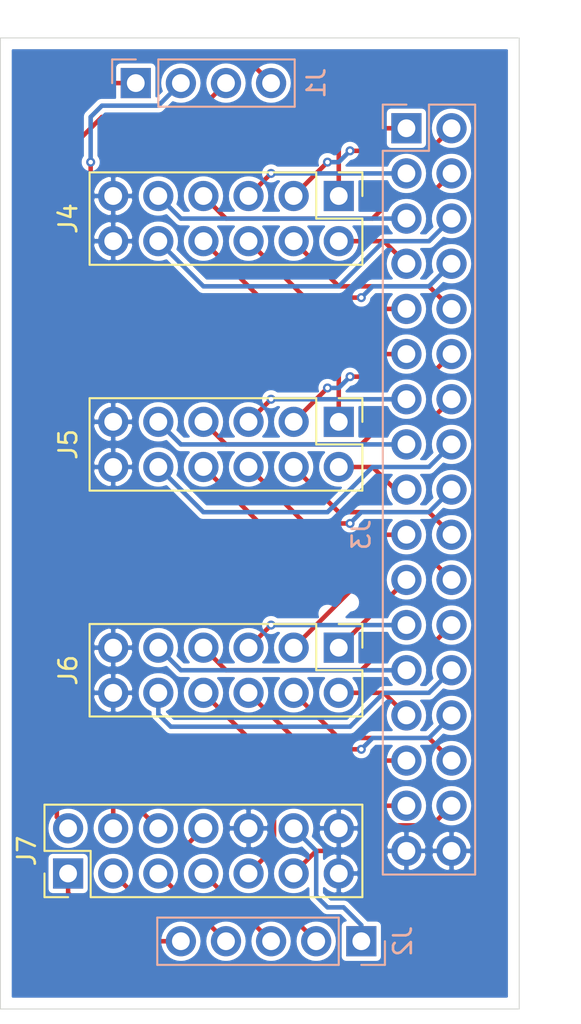
<source format=kicad_pcb>
(kicad_pcb (version 20171130) (host pcbnew 5.1.4-e60b266~84~ubuntu19.04.1)

  (general
    (thickness 1.6)
    (drawings 4)
    (tracks 181)
    (zones 0)
    (modules 7)
    (nets 43)
  )

  (page A4)
  (title_block
    (title "RV7400 Mega Bus Controller")
    (date 2019-10-27)
    (rev A1)
  )

  (layers
    (0 F.Cu signal)
    (31 B.Cu signal)
    (32 B.Adhes user)
    (33 F.Adhes user)
    (34 B.Paste user)
    (35 F.Paste user)
    (36 B.SilkS user)
    (37 F.SilkS user)
    (38 B.Mask user)
    (39 F.Mask user)
    (40 Dwgs.User user)
    (41 Cmts.User user)
    (42 Eco1.User user)
    (43 Eco2.User user)
    (44 Edge.Cuts user)
    (45 Margin user)
    (46 B.CrtYd user)
    (47 F.CrtYd user)
    (48 B.Fab user)
    (49 F.Fab user)
  )

  (setup
    (last_trace_width 0.254)
    (trace_clearance 0.127)
    (zone_clearance 0.254)
    (zone_45_only no)
    (trace_min 0.127)
    (via_size 0.508)
    (via_drill 0.254)
    (via_min_size 0.508)
    (via_min_drill 0.254)
    (uvia_size 0.508)
    (uvia_drill 0.254)
    (uvias_allowed no)
    (uvia_min_size 0.508)
    (uvia_min_drill 0.254)
    (edge_width 0.05)
    (segment_width 0.2)
    (pcb_text_width 0.3)
    (pcb_text_size 1.5 1.5)
    (mod_edge_width 0.12)
    (mod_text_size 1 1)
    (mod_text_width 0.15)
    (pad_size 1.524 1.524)
    (pad_drill 0.762)
    (pad_to_mask_clearance 0.051)
    (solder_mask_min_width 0.25)
    (aux_axis_origin 0 0)
    (visible_elements FFFFFF7F)
    (pcbplotparams
      (layerselection 0x010f0_ffffffff)
      (usegerberextensions false)
      (usegerberattributes false)
      (usegerberadvancedattributes false)
      (creategerberjobfile false)
      (excludeedgelayer true)
      (linewidth 0.100000)
      (plotframeref false)
      (viasonmask false)
      (mode 1)
      (useauxorigin false)
      (hpglpennumber 1)
      (hpglpenspeed 20)
      (hpglpendiameter 15.000000)
      (psnegative false)
      (psa4output false)
      (plotreference true)
      (plotvalue true)
      (plotinvisibletext false)
      (padsonsilk false)
      (subtractmaskfromsilk false)
      (outputformat 1)
      (mirror false)
      (drillshape 0)
      (scaleselection 1)
      (outputdirectory ""))
  )

  (net 0 "")
  (net 1 /CTRL_B22)
  (net 2 /CTRL_B6)
  (net 3 /CTRL_A6)
  (net 4 /CTRL_B5)
  (net 5 /FUNC0)
  (net 6 /FUNC1)
  (net 7 /FUNC2)
  (net 8 /IMM10)
  (net 9 /CLK)
  (net 10 GND)
  (net 11 /MW)
  (net 12 /MR)
  (net 13 /~SHIFT_Y~|LOAD_Y)
  (net 14 /~OE_Y)
  (net 15 /CLK_Y)
  (net 16 /DOUT_Y)
  (net 17 /DIN_Y)
  (net 18 /YR4)
  (net 19 /YR3)
  (net 20 /YR2)
  (net 21 /YR1)
  (net 22 /YR0)
  (net 23 /~SHIFT_A~|LOAD_A)
  (net 24 /~OE_B)
  (net 25 /CLK_B)
  (net 26 /DOUT_B)
  (net 27 /DIN_B)
  (net 28 /BR4)
  (net 29 /BR3)
  (net 30 /BR2)
  (net 31 /BR1)
  (net 32 /BR0)
  (net 33 /~OE_A)
  (net 34 /CLK_A)
  (net 35 /DOUT_A)
  (net 36 /DIN_A)
  (net 37 /AR4)
  (net 38 /AR3)
  (net 39 /AR2)
  (net 40 /AR1)
  (net 41 /AR0)
  (net 42 /~SHIFT_B~|LOAD_B)

  (net_class Default "This is the default net class."
    (clearance 0.127)
    (trace_width 0.254)
    (via_dia 0.508)
    (via_drill 0.254)
    (uvia_dia 0.508)
    (uvia_drill 0.254)
    (diff_pair_width 0.254)
    (diff_pair_gap 0.127)
    (add_net /AR0)
    (add_net /AR1)
    (add_net /AR2)
    (add_net /AR3)
    (add_net /AR4)
    (add_net /BR0)
    (add_net /BR1)
    (add_net /BR2)
    (add_net /BR3)
    (add_net /BR4)
    (add_net /CLK)
    (add_net /CLK_A)
    (add_net /CLK_B)
    (add_net /CLK_Y)
    (add_net /CTRL_A6)
    (add_net /CTRL_B22)
    (add_net /CTRL_B5)
    (add_net /CTRL_B6)
    (add_net /DIN_A)
    (add_net /DIN_B)
    (add_net /DIN_Y)
    (add_net /DOUT_A)
    (add_net /DOUT_B)
    (add_net /DOUT_Y)
    (add_net /FUNC0)
    (add_net /FUNC1)
    (add_net /FUNC2)
    (add_net /IMM10)
    (add_net /MR)
    (add_net /MW)
    (add_net /YR0)
    (add_net /YR1)
    (add_net /YR2)
    (add_net /YR3)
    (add_net /YR4)
    (add_net /~OE_A)
    (add_net /~OE_B)
    (add_net /~OE_Y)
    (add_net /~SHIFT_A~|LOAD_A)
    (add_net /~SHIFT_B~|LOAD_B)
    (add_net /~SHIFT_Y~|LOAD_Y)
    (add_net GND)
  )

  (module Connector_PinHeader_2.54mm:PinHeader_2x17_P2.54mm_Vertical (layer B.Cu) (tedit 5DAE6ED0) (tstamp 5DB32C16)
    (at 147.32 33.02 180)
    (descr "Through hole straight pin header, 2x17, 2.54mm pitch, double rows")
    (tags "Through hole pin header THT 2x17 2.54mm double row")
    (path /634E5FB1)
    (fp_text reference J3 (at 5.08 -22.86 270) (layer B.SilkS)
      (effects (font (size 1 1) (thickness 0.15)) (justify mirror))
    )
    (fp_text value Conn_02x17_Odd_Even (at 1.27 -42.97 180) (layer B.Fab)
      (effects (font (size 1 1) (thickness 0.15)) (justify mirror))
    )
    (fp_text user %R (at 1.27 -20.32 90) (layer B.Fab)
      (effects (font (size 1 1) (thickness 0.15)) (justify mirror))
    )
    (fp_line (start -1.81 1.8) (end 4.34 1.8) (layer B.CrtYd) (width 0.05))
    (fp_line (start -1.81 -42.45) (end -1.81 1.8) (layer B.CrtYd) (width 0.05))
    (fp_line (start 4.34 -42.45) (end -1.81 -42.45) (layer B.CrtYd) (width 0.05))
    (fp_line (start 4.34 1.8) (end 4.34 -42.45) (layer B.CrtYd) (width 0.05))
    (fp_line (start 3.87 1.33) (end 2.54 1.33) (layer B.SilkS) (width 0.12))
    (fp_line (start 3.87 0) (end 3.87 1.33) (layer B.SilkS) (width 0.12))
    (fp_line (start 1.27 1.33) (end -1.33 1.33) (layer B.SilkS) (width 0.12))
    (fp_line (start 1.27 -1.27) (end 1.27 1.33) (layer B.SilkS) (width 0.12))
    (fp_line (start 3.87 -1.27) (end 1.27 -1.27) (layer B.SilkS) (width 0.12))
    (fp_line (start -1.33 1.33) (end -1.33 -41.97) (layer B.SilkS) (width 0.12))
    (fp_line (start 3.87 -1.27) (end 3.87 -41.97) (layer B.SilkS) (width 0.12))
    (fp_line (start 3.87 -41.97) (end -1.33 -41.97) (layer B.SilkS) (width 0.12))
    (fp_line (start 3.81 0) (end 2.54 1.27) (layer B.Fab) (width 0.1))
    (fp_line (start 3.81 -41.91) (end 3.81 0) (layer B.Fab) (width 0.1))
    (fp_line (start -1.27 -41.91) (end 3.81 -41.91) (layer B.Fab) (width 0.1))
    (fp_line (start -1.27 1.27) (end -1.27 -41.91) (layer B.Fab) (width 0.1))
    (fp_line (start 2.54 1.27) (end -1.27 1.27) (layer B.Fab) (width 0.1))
    (pad 34 thru_hole oval (at 0 -40.64 180) (size 1.7 1.7) (drill 1) (layers *.Cu *.Mask)
      (net 10 GND))
    (pad 33 thru_hole oval (at 2.54 -40.64 180) (size 1.7 1.7) (drill 1) (layers *.Cu *.Mask)
      (net 10 GND))
    (pad 32 thru_hole oval (at 0 -38.1 180) (size 1.7 1.7) (drill 1) (layers *.Cu *.Mask)
      (net 11 /MW))
    (pad 31 thru_hole oval (at 2.54 -38.1 180) (size 1.7 1.7) (drill 1) (layers *.Cu *.Mask)
      (net 12 /MR))
    (pad 30 thru_hole oval (at 0 -35.56 180) (size 1.7 1.7) (drill 1) (layers *.Cu *.Mask)
      (net 13 /~SHIFT_Y~|LOAD_Y))
    (pad 29 thru_hole oval (at 2.54 -35.56 180) (size 1.7 1.7) (drill 1) (layers *.Cu *.Mask)
      (net 14 /~OE_Y))
    (pad 28 thru_hole oval (at 0 -33.02 180) (size 1.7 1.7) (drill 1) (layers *.Cu *.Mask)
      (net 15 /CLK_Y))
    (pad 27 thru_hole oval (at 2.54 -33.02 180) (size 1.7 1.7) (drill 1) (layers *.Cu *.Mask)
      (net 16 /DOUT_Y))
    (pad 26 thru_hole oval (at 0 -30.48 180) (size 1.7 1.7) (drill 1) (layers *.Cu *.Mask)
      (net 17 /DIN_Y))
    (pad 25 thru_hole oval (at 2.54 -30.48 180) (size 1.7 1.7) (drill 1) (layers *.Cu *.Mask)
      (net 18 /YR4))
    (pad 24 thru_hole oval (at 0 -27.94 180) (size 1.7 1.7) (drill 1) (layers *.Cu *.Mask)
      (net 19 /YR3))
    (pad 23 thru_hole oval (at 2.54 -27.94 180) (size 1.7 1.7) (drill 1) (layers *.Cu *.Mask)
      (net 20 /YR2))
    (pad 22 thru_hole oval (at 0 -25.4 180) (size 1.7 1.7) (drill 1) (layers *.Cu *.Mask)
      (net 21 /YR1))
    (pad 21 thru_hole oval (at 2.54 -25.4 180) (size 1.7 1.7) (drill 1) (layers *.Cu *.Mask)
      (net 22 /YR0))
    (pad 20 thru_hole oval (at 0 -22.86 180) (size 1.7 1.7) (drill 1) (layers *.Cu *.Mask)
      (net 42 /~SHIFT_B~|LOAD_B))
    (pad 19 thru_hole oval (at 2.54 -22.86 180) (size 1.7 1.7) (drill 1) (layers *.Cu *.Mask)
      (net 24 /~OE_B))
    (pad 18 thru_hole oval (at 0 -20.32 180) (size 1.7 1.7) (drill 1) (layers *.Cu *.Mask)
      (net 25 /CLK_B))
    (pad 17 thru_hole oval (at 2.54 -20.32 180) (size 1.7 1.7) (drill 1) (layers *.Cu *.Mask)
      (net 26 /DOUT_B))
    (pad 16 thru_hole oval (at 0 -17.78 180) (size 1.7 1.7) (drill 1) (layers *.Cu *.Mask)
      (net 27 /DIN_B))
    (pad 15 thru_hole oval (at 2.54 -17.78 180) (size 1.7 1.7) (drill 1) (layers *.Cu *.Mask)
      (net 28 /BR4))
    (pad 14 thru_hole oval (at 0 -15.24 180) (size 1.7 1.7) (drill 1) (layers *.Cu *.Mask)
      (net 29 /BR3))
    (pad 13 thru_hole oval (at 2.54 -15.24 180) (size 1.7 1.7) (drill 1) (layers *.Cu *.Mask)
      (net 30 /BR2))
    (pad 12 thru_hole oval (at 0 -12.7 180) (size 1.7 1.7) (drill 1) (layers *.Cu *.Mask)
      (net 31 /BR1))
    (pad 11 thru_hole oval (at 2.54 -12.7 180) (size 1.7 1.7) (drill 1) (layers *.Cu *.Mask)
      (net 32 /BR0))
    (pad 10 thru_hole oval (at 0 -10.16 180) (size 1.7 1.7) (drill 1) (layers *.Cu *.Mask)
      (net 23 /~SHIFT_A~|LOAD_A))
    (pad 9 thru_hole oval (at 2.54 -10.16 180) (size 1.7 1.7) (drill 1) (layers *.Cu *.Mask)
      (net 33 /~OE_A))
    (pad 8 thru_hole oval (at 0 -7.62 180) (size 1.7 1.7) (drill 1) (layers *.Cu *.Mask)
      (net 34 /CLK_A))
    (pad 7 thru_hole oval (at 2.54 -7.62 180) (size 1.7 1.7) (drill 1) (layers *.Cu *.Mask)
      (net 35 /DOUT_A))
    (pad 6 thru_hole oval (at 0 -5.08 180) (size 1.7 1.7) (drill 1) (layers *.Cu *.Mask)
      (net 36 /DIN_A))
    (pad 5 thru_hole oval (at 2.54 -5.08 180) (size 1.7 1.7) (drill 1) (layers *.Cu *.Mask)
      (net 37 /AR4))
    (pad 4 thru_hole oval (at 0 -2.54 180) (size 1.7 1.7) (drill 1) (layers *.Cu *.Mask)
      (net 38 /AR3))
    (pad 3 thru_hole oval (at 2.54 -2.54 180) (size 1.7 1.7) (drill 1) (layers *.Cu *.Mask)
      (net 39 /AR2))
    (pad 2 thru_hole oval (at 0 0 180) (size 1.7 1.7) (drill 1) (layers *.Cu *.Mask)
      (net 40 /AR1))
    (pad 1 thru_hole rect (at 2.54 0 180) (size 1.7 1.7) (drill 1) (layers *.Cu *.Mask)
      (net 41 /AR0))
    (model ${KISYS3DMOD}/Connector_PinHeader_2.54mm.3dshapes/PinHeader_2x17_P2.54mm_Vertical.wrl
      (at (xyz 0 0 0))
      (scale (xyz 1 1 1))
      (rotate (xyz 0 0 0))
    )
  )

  (module Connector_PinHeader_2.54mm:PinHeader_2x07_P2.54mm_Vertical (layer F.Cu) (tedit 59FED5CC) (tstamp 5DB32CEC)
    (at 125.73 74.93 90)
    (descr "Through hole straight pin header, 2x07, 2.54mm pitch, double rows")
    (tags "Through hole pin header THT 2x07 2.54mm double row")
    (path /635633E5)
    (fp_text reference J7 (at 1.27 -2.33 90) (layer F.SilkS)
      (effects (font (size 1 1) (thickness 0.15)))
    )
    (fp_text value Conn_02x07_Odd_Even (at 1.27 17.57 90) (layer F.Fab)
      (effects (font (size 1 1) (thickness 0.15)))
    )
    (fp_text user %R (at 1.27 7.62) (layer F.Fab)
      (effects (font (size 1 1) (thickness 0.15)))
    )
    (fp_line (start 4.35 -1.8) (end -1.8 -1.8) (layer F.CrtYd) (width 0.05))
    (fp_line (start 4.35 17.05) (end 4.35 -1.8) (layer F.CrtYd) (width 0.05))
    (fp_line (start -1.8 17.05) (end 4.35 17.05) (layer F.CrtYd) (width 0.05))
    (fp_line (start -1.8 -1.8) (end -1.8 17.05) (layer F.CrtYd) (width 0.05))
    (fp_line (start -1.33 -1.33) (end 0 -1.33) (layer F.SilkS) (width 0.12))
    (fp_line (start -1.33 0) (end -1.33 -1.33) (layer F.SilkS) (width 0.12))
    (fp_line (start 1.27 -1.33) (end 3.87 -1.33) (layer F.SilkS) (width 0.12))
    (fp_line (start 1.27 1.27) (end 1.27 -1.33) (layer F.SilkS) (width 0.12))
    (fp_line (start -1.33 1.27) (end 1.27 1.27) (layer F.SilkS) (width 0.12))
    (fp_line (start 3.87 -1.33) (end 3.87 16.57) (layer F.SilkS) (width 0.12))
    (fp_line (start -1.33 1.27) (end -1.33 16.57) (layer F.SilkS) (width 0.12))
    (fp_line (start -1.33 16.57) (end 3.87 16.57) (layer F.SilkS) (width 0.12))
    (fp_line (start -1.27 0) (end 0 -1.27) (layer F.Fab) (width 0.1))
    (fp_line (start -1.27 16.51) (end -1.27 0) (layer F.Fab) (width 0.1))
    (fp_line (start 3.81 16.51) (end -1.27 16.51) (layer F.Fab) (width 0.1))
    (fp_line (start 3.81 -1.27) (end 3.81 16.51) (layer F.Fab) (width 0.1))
    (fp_line (start 0 -1.27) (end 3.81 -1.27) (layer F.Fab) (width 0.1))
    (pad 14 thru_hole oval (at 2.54 15.24 90) (size 1.7 1.7) (drill 1) (layers *.Cu *.Mask)
      (net 10 GND))
    (pad 13 thru_hole oval (at 0 15.24 90) (size 1.7 1.7) (drill 1) (layers *.Cu *.Mask)
      (net 10 GND))
    (pad 12 thru_hole oval (at 2.54 12.7 90) (size 1.7 1.7) (drill 1) (layers *.Cu *.Mask)
      (net 9 /CLK))
    (pad 11 thru_hole oval (at 0 12.7 90) (size 1.7 1.7) (drill 1) (layers *.Cu *.Mask)
      (net 11 /MW))
    (pad 10 thru_hole oval (at 2.54 10.16 90) (size 1.7 1.7) (drill 1) (layers *.Cu *.Mask)
      (net 10 GND))
    (pad 9 thru_hole oval (at 0 10.16 90) (size 1.7 1.7) (drill 1) (layers *.Cu *.Mask)
      (net 12 /MR))
    (pad 8 thru_hole oval (at 2.54 7.62 90) (size 1.7 1.7) (drill 1) (layers *.Cu *.Mask)
      (net 4 /CTRL_B5))
    (pad 7 thru_hole oval (at 0 7.62 90) (size 1.7 1.7) (drill 1) (layers *.Cu *.Mask)
      (net 8 /IMM10))
    (pad 6 thru_hole oval (at 2.54 5.08 90) (size 1.7 1.7) (drill 1) (layers *.Cu *.Mask)
      (net 3 /CTRL_A6))
    (pad 5 thru_hole oval (at 0 5.08 90) (size 1.7 1.7) (drill 1) (layers *.Cu *.Mask)
      (net 7 /FUNC2))
    (pad 4 thru_hole oval (at 2.54 2.54 90) (size 1.7 1.7) (drill 1) (layers *.Cu *.Mask)
      (net 2 /CTRL_B6))
    (pad 3 thru_hole oval (at 0 2.54 90) (size 1.7 1.7) (drill 1) (layers *.Cu *.Mask)
      (net 6 /FUNC1))
    (pad 2 thru_hole oval (at 2.54 0 90) (size 1.7 1.7) (drill 1) (layers *.Cu *.Mask)
      (net 1 /CTRL_B22))
    (pad 1 thru_hole rect (at 0 0 90) (size 1.7 1.7) (drill 1) (layers *.Cu *.Mask)
      (net 5 /FUNC0))
    (model ${KISYS3DMOD}/Connector_PinHeader_2.54mm.3dshapes/PinHeader_2x07_P2.54mm_Vertical.wrl
      (at (xyz 0 0 0))
      (scale (xyz 1 1 1))
      (rotate (xyz 0 0 0))
    )
  )

  (module Connector_PinHeader_2.54mm:PinHeader_2x06_P2.54mm_Vertical (layer F.Cu) (tedit 59FED5CC) (tstamp 5DB33170)
    (at 140.97 62.23 270)
    (descr "Through hole straight pin header, 2x06, 2.54mm pitch, double rows")
    (tags "Through hole pin header THT 2x06 2.54mm double row")
    (path /6350CBB0)
    (fp_text reference J6 (at 1.27 15.24 90) (layer F.SilkS)
      (effects (font (size 1 1) (thickness 0.15)))
    )
    (fp_text value Conn_02x06_Odd_Even (at 1.27 15.03 90) (layer F.Fab)
      (effects (font (size 1 1) (thickness 0.15)))
    )
    (fp_text user %R (at 1.27 6.35) (layer F.Fab)
      (effects (font (size 1 1) (thickness 0.15)))
    )
    (fp_line (start 4.35 -1.8) (end -1.8 -1.8) (layer F.CrtYd) (width 0.05))
    (fp_line (start 4.35 14.5) (end 4.35 -1.8) (layer F.CrtYd) (width 0.05))
    (fp_line (start -1.8 14.5) (end 4.35 14.5) (layer F.CrtYd) (width 0.05))
    (fp_line (start -1.8 -1.8) (end -1.8 14.5) (layer F.CrtYd) (width 0.05))
    (fp_line (start -1.33 -1.33) (end 0 -1.33) (layer F.SilkS) (width 0.12))
    (fp_line (start -1.33 0) (end -1.33 -1.33) (layer F.SilkS) (width 0.12))
    (fp_line (start 1.27 -1.33) (end 3.87 -1.33) (layer F.SilkS) (width 0.12))
    (fp_line (start 1.27 1.27) (end 1.27 -1.33) (layer F.SilkS) (width 0.12))
    (fp_line (start -1.33 1.27) (end 1.27 1.27) (layer F.SilkS) (width 0.12))
    (fp_line (start 3.87 -1.33) (end 3.87 14.03) (layer F.SilkS) (width 0.12))
    (fp_line (start -1.33 1.27) (end -1.33 14.03) (layer F.SilkS) (width 0.12))
    (fp_line (start -1.33 14.03) (end 3.87 14.03) (layer F.SilkS) (width 0.12))
    (fp_line (start -1.27 0) (end 0 -1.27) (layer F.Fab) (width 0.1))
    (fp_line (start -1.27 13.97) (end -1.27 0) (layer F.Fab) (width 0.1))
    (fp_line (start 3.81 13.97) (end -1.27 13.97) (layer F.Fab) (width 0.1))
    (fp_line (start 3.81 -1.27) (end 3.81 13.97) (layer F.Fab) (width 0.1))
    (fp_line (start 0 -1.27) (end 3.81 -1.27) (layer F.Fab) (width 0.1))
    (pad 12 thru_hole oval (at 2.54 12.7 270) (size 1.7 1.7) (drill 1) (layers *.Cu *.Mask)
      (net 10 GND))
    (pad 11 thru_hole oval (at 0 12.7 270) (size 1.7 1.7) (drill 1) (layers *.Cu *.Mask)
      (net 10 GND))
    (pad 10 thru_hole oval (at 2.54 10.16 270) (size 1.7 1.7) (drill 1) (layers *.Cu *.Mask)
      (net 17 /DIN_Y))
    (pad 9 thru_hole oval (at 0 10.16 270) (size 1.7 1.7) (drill 1) (layers *.Cu *.Mask)
      (net 18 /YR4))
    (pad 8 thru_hole oval (at 2.54 7.62 270) (size 1.7 1.7) (drill 1) (layers *.Cu *.Mask)
      (net 14 /~OE_Y))
    (pad 7 thru_hole oval (at 0 7.62 270) (size 1.7 1.7) (drill 1) (layers *.Cu *.Mask)
      (net 19 /YR3))
    (pad 6 thru_hole oval (at 2.54 5.08 270) (size 1.7 1.7) (drill 1) (layers *.Cu *.Mask)
      (net 15 /CLK_Y))
    (pad 5 thru_hole oval (at 0 5.08 270) (size 1.7 1.7) (drill 1) (layers *.Cu *.Mask)
      (net 20 /YR2))
    (pad 4 thru_hole oval (at 2.54 2.54 270) (size 1.7 1.7) (drill 1) (layers *.Cu *.Mask)
      (net 13 /~SHIFT_Y~|LOAD_Y))
    (pad 3 thru_hole oval (at 0 2.54 270) (size 1.7 1.7) (drill 1) (layers *.Cu *.Mask)
      (net 21 /YR1))
    (pad 2 thru_hole oval (at 2.54 0 270) (size 1.7 1.7) (drill 1) (layers *.Cu *.Mask)
      (net 16 /DOUT_Y))
    (pad 1 thru_hole rect (at 0 0 270) (size 1.7 1.7) (drill 1) (layers *.Cu *.Mask)
      (net 22 /YR0))
    (model ${KISYS3DMOD}/Connector_PinHeader_2.54mm.3dshapes/PinHeader_2x06_P2.54mm_Vertical.wrl
      (at (xyz 0 0 0))
      (scale (xyz 1 1 1))
      (rotate (xyz 0 0 0))
    )
  )

  (module Connector_PinHeader_2.54mm:PinHeader_2x06_P2.54mm_Vertical (layer F.Cu) (tedit 59FED5CC) (tstamp 5DB32B3A)
    (at 140.97 49.53 270)
    (descr "Through hole straight pin header, 2x06, 2.54mm pitch, double rows")
    (tags "Through hole pin header THT 2x06 2.54mm double row")
    (path /6350DAF0)
    (fp_text reference J5 (at 1.27 15.24 90) (layer F.SilkS)
      (effects (font (size 1 1) (thickness 0.15)))
    )
    (fp_text value Conn_02x06_Odd_Even (at 1.27 15.03 90) (layer F.Fab)
      (effects (font (size 1 1) (thickness 0.15)))
    )
    (fp_text user %R (at 1.27 6.35) (layer F.Fab)
      (effects (font (size 1 1) (thickness 0.15)))
    )
    (fp_line (start 4.35 -1.8) (end -1.8 -1.8) (layer F.CrtYd) (width 0.05))
    (fp_line (start 4.35 14.5) (end 4.35 -1.8) (layer F.CrtYd) (width 0.05))
    (fp_line (start -1.8 14.5) (end 4.35 14.5) (layer F.CrtYd) (width 0.05))
    (fp_line (start -1.8 -1.8) (end -1.8 14.5) (layer F.CrtYd) (width 0.05))
    (fp_line (start -1.33 -1.33) (end 0 -1.33) (layer F.SilkS) (width 0.12))
    (fp_line (start -1.33 0) (end -1.33 -1.33) (layer F.SilkS) (width 0.12))
    (fp_line (start 1.27 -1.33) (end 3.87 -1.33) (layer F.SilkS) (width 0.12))
    (fp_line (start 1.27 1.27) (end 1.27 -1.33) (layer F.SilkS) (width 0.12))
    (fp_line (start -1.33 1.27) (end 1.27 1.27) (layer F.SilkS) (width 0.12))
    (fp_line (start 3.87 -1.33) (end 3.87 14.03) (layer F.SilkS) (width 0.12))
    (fp_line (start -1.33 1.27) (end -1.33 14.03) (layer F.SilkS) (width 0.12))
    (fp_line (start -1.33 14.03) (end 3.87 14.03) (layer F.SilkS) (width 0.12))
    (fp_line (start -1.27 0) (end 0 -1.27) (layer F.Fab) (width 0.1))
    (fp_line (start -1.27 13.97) (end -1.27 0) (layer F.Fab) (width 0.1))
    (fp_line (start 3.81 13.97) (end -1.27 13.97) (layer F.Fab) (width 0.1))
    (fp_line (start 3.81 -1.27) (end 3.81 13.97) (layer F.Fab) (width 0.1))
    (fp_line (start 0 -1.27) (end 3.81 -1.27) (layer F.Fab) (width 0.1))
    (pad 12 thru_hole oval (at 2.54 12.7 270) (size 1.7 1.7) (drill 1) (layers *.Cu *.Mask)
      (net 10 GND))
    (pad 11 thru_hole oval (at 0 12.7 270) (size 1.7 1.7) (drill 1) (layers *.Cu *.Mask)
      (net 10 GND))
    (pad 10 thru_hole oval (at 2.54 10.16 270) (size 1.7 1.7) (drill 1) (layers *.Cu *.Mask)
      (net 27 /DIN_B))
    (pad 9 thru_hole oval (at 0 10.16 270) (size 1.7 1.7) (drill 1) (layers *.Cu *.Mask)
      (net 28 /BR4))
    (pad 8 thru_hole oval (at 2.54 7.62 270) (size 1.7 1.7) (drill 1) (layers *.Cu *.Mask)
      (net 24 /~OE_B))
    (pad 7 thru_hole oval (at 0 7.62 270) (size 1.7 1.7) (drill 1) (layers *.Cu *.Mask)
      (net 29 /BR3))
    (pad 6 thru_hole oval (at 2.54 5.08 270) (size 1.7 1.7) (drill 1) (layers *.Cu *.Mask)
      (net 25 /CLK_B))
    (pad 5 thru_hole oval (at 0 5.08 270) (size 1.7 1.7) (drill 1) (layers *.Cu *.Mask)
      (net 30 /BR2))
    (pad 4 thru_hole oval (at 2.54 2.54 270) (size 1.7 1.7) (drill 1) (layers *.Cu *.Mask)
      (net 42 /~SHIFT_B~|LOAD_B))
    (pad 3 thru_hole oval (at 0 2.54 270) (size 1.7 1.7) (drill 1) (layers *.Cu *.Mask)
      (net 31 /BR1))
    (pad 2 thru_hole oval (at 2.54 0 270) (size 1.7 1.7) (drill 1) (layers *.Cu *.Mask)
      (net 26 /DOUT_B))
    (pad 1 thru_hole rect (at 0 0 270) (size 1.7 1.7) (drill 1) (layers *.Cu *.Mask)
      (net 32 /BR0))
    (model ${KISYS3DMOD}/Connector_PinHeader_2.54mm.3dshapes/PinHeader_2x06_P2.54mm_Vertical.wrl
      (at (xyz 0 0 0))
      (scale (xyz 1 1 1))
      (rotate (xyz 0 0 0))
    )
  )

  (module Connector_PinHeader_2.54mm:PinHeader_2x06_P2.54mm_Vertical (layer F.Cu) (tedit 59FED5CC) (tstamp 5DB32AD7)
    (at 140.97 36.83 270)
    (descr "Through hole straight pin header, 2x06, 2.54mm pitch, double rows")
    (tags "Through hole pin header THT 2x06 2.54mm double row")
    (path /6350B8DC)
    (fp_text reference J4 (at 1.27 15.24 90) (layer F.SilkS)
      (effects (font (size 1 1) (thickness 0.15)))
    )
    (fp_text value Conn_02x06_Odd_Even (at 1.27 15.03 90) (layer F.Fab)
      (effects (font (size 1 1) (thickness 0.15)))
    )
    (fp_text user %R (at 1.27 6.35) (layer F.Fab)
      (effects (font (size 1 1) (thickness 0.15)))
    )
    (fp_line (start 4.35 -1.8) (end -1.8 -1.8) (layer F.CrtYd) (width 0.05))
    (fp_line (start 4.35 14.5) (end 4.35 -1.8) (layer F.CrtYd) (width 0.05))
    (fp_line (start -1.8 14.5) (end 4.35 14.5) (layer F.CrtYd) (width 0.05))
    (fp_line (start -1.8 -1.8) (end -1.8 14.5) (layer F.CrtYd) (width 0.05))
    (fp_line (start -1.33 -1.33) (end 0 -1.33) (layer F.SilkS) (width 0.12))
    (fp_line (start -1.33 0) (end -1.33 -1.33) (layer F.SilkS) (width 0.12))
    (fp_line (start 1.27 -1.33) (end 3.87 -1.33) (layer F.SilkS) (width 0.12))
    (fp_line (start 1.27 1.27) (end 1.27 -1.33) (layer F.SilkS) (width 0.12))
    (fp_line (start -1.33 1.27) (end 1.27 1.27) (layer F.SilkS) (width 0.12))
    (fp_line (start 3.87 -1.33) (end 3.87 14.03) (layer F.SilkS) (width 0.12))
    (fp_line (start -1.33 1.27) (end -1.33 14.03) (layer F.SilkS) (width 0.12))
    (fp_line (start -1.33 14.03) (end 3.87 14.03) (layer F.SilkS) (width 0.12))
    (fp_line (start -1.27 0) (end 0 -1.27) (layer F.Fab) (width 0.1))
    (fp_line (start -1.27 13.97) (end -1.27 0) (layer F.Fab) (width 0.1))
    (fp_line (start 3.81 13.97) (end -1.27 13.97) (layer F.Fab) (width 0.1))
    (fp_line (start 3.81 -1.27) (end 3.81 13.97) (layer F.Fab) (width 0.1))
    (fp_line (start 0 -1.27) (end 3.81 -1.27) (layer F.Fab) (width 0.1))
    (pad 12 thru_hole oval (at 2.54 12.7 270) (size 1.7 1.7) (drill 1) (layers *.Cu *.Mask)
      (net 10 GND))
    (pad 11 thru_hole oval (at 0 12.7 270) (size 1.7 1.7) (drill 1) (layers *.Cu *.Mask)
      (net 10 GND))
    (pad 10 thru_hole oval (at 2.54 10.16 270) (size 1.7 1.7) (drill 1) (layers *.Cu *.Mask)
      (net 36 /DIN_A))
    (pad 9 thru_hole oval (at 0 10.16 270) (size 1.7 1.7) (drill 1) (layers *.Cu *.Mask)
      (net 37 /AR4))
    (pad 8 thru_hole oval (at 2.54 7.62 270) (size 1.7 1.7) (drill 1) (layers *.Cu *.Mask)
      (net 33 /~OE_A))
    (pad 7 thru_hole oval (at 0 7.62 270) (size 1.7 1.7) (drill 1) (layers *.Cu *.Mask)
      (net 38 /AR3))
    (pad 6 thru_hole oval (at 2.54 5.08 270) (size 1.7 1.7) (drill 1) (layers *.Cu *.Mask)
      (net 34 /CLK_A))
    (pad 5 thru_hole oval (at 0 5.08 270) (size 1.7 1.7) (drill 1) (layers *.Cu *.Mask)
      (net 39 /AR2))
    (pad 4 thru_hole oval (at 2.54 2.54 270) (size 1.7 1.7) (drill 1) (layers *.Cu *.Mask)
      (net 23 /~SHIFT_A~|LOAD_A))
    (pad 3 thru_hole oval (at 0 2.54 270) (size 1.7 1.7) (drill 1) (layers *.Cu *.Mask)
      (net 40 /AR1))
    (pad 2 thru_hole oval (at 2.54 0 270) (size 1.7 1.7) (drill 1) (layers *.Cu *.Mask)
      (net 35 /DOUT_A))
    (pad 1 thru_hole rect (at 0 0 270) (size 1.7 1.7) (drill 1) (layers *.Cu *.Mask)
      (net 41 /AR0))
    (model ${KISYS3DMOD}/Connector_PinHeader_2.54mm.3dshapes/PinHeader_2x06_P2.54mm_Vertical.wrl
      (at (xyz 0 0 0))
      (scale (xyz 1 1 1))
      (rotate (xyz 0 0 0))
    )
  )

  (module Connector_PinHeader_2.54mm:PinHeader_1x05_P2.54mm_Vertical (layer B.Cu) (tedit 59FED5CC) (tstamp 5DB32A86)
    (at 142.24 78.74 90)
    (descr "Through hole straight pin header, 1x05, 2.54mm pitch, single row")
    (tags "Through hole pin header THT 1x05 2.54mm single row")
    (path /635AC874)
    (fp_text reference J2 (at 0 2.33 90) (layer B.SilkS)
      (effects (font (size 1 1) (thickness 0.15)) (justify mirror))
    )
    (fp_text value Conn_01x05 (at 0 -12.49 -90) (layer B.Fab)
      (effects (font (size 1 1) (thickness 0.15)) (justify mirror))
    )
    (fp_text user %R (at 0 -5.08) (layer B.Fab)
      (effects (font (size 1 1) (thickness 0.15)) (justify mirror))
    )
    (fp_line (start 1.8 1.8) (end -1.8 1.8) (layer B.CrtYd) (width 0.05))
    (fp_line (start 1.8 -11.95) (end 1.8 1.8) (layer B.CrtYd) (width 0.05))
    (fp_line (start -1.8 -11.95) (end 1.8 -11.95) (layer B.CrtYd) (width 0.05))
    (fp_line (start -1.8 1.8) (end -1.8 -11.95) (layer B.CrtYd) (width 0.05))
    (fp_line (start -1.33 1.33) (end 0 1.33) (layer B.SilkS) (width 0.12))
    (fp_line (start -1.33 0) (end -1.33 1.33) (layer B.SilkS) (width 0.12))
    (fp_line (start -1.33 -1.27) (end 1.33 -1.27) (layer B.SilkS) (width 0.12))
    (fp_line (start 1.33 -1.27) (end 1.33 -11.49) (layer B.SilkS) (width 0.12))
    (fp_line (start -1.33 -1.27) (end -1.33 -11.49) (layer B.SilkS) (width 0.12))
    (fp_line (start -1.33 -11.49) (end 1.33 -11.49) (layer B.SilkS) (width 0.12))
    (fp_line (start -1.27 0.635) (end -0.635 1.27) (layer B.Fab) (width 0.1))
    (fp_line (start -1.27 -11.43) (end -1.27 0.635) (layer B.Fab) (width 0.1))
    (fp_line (start 1.27 -11.43) (end -1.27 -11.43) (layer B.Fab) (width 0.1))
    (fp_line (start 1.27 1.27) (end 1.27 -11.43) (layer B.Fab) (width 0.1))
    (fp_line (start -0.635 1.27) (end 1.27 1.27) (layer B.Fab) (width 0.1))
    (pad 5 thru_hole oval (at 0 -10.16 90) (size 1.7 1.7) (drill 1) (layers *.Cu *.Mask)
      (net 5 /FUNC0))
    (pad 4 thru_hole oval (at 0 -7.62 90) (size 1.7 1.7) (drill 1) (layers *.Cu *.Mask)
      (net 6 /FUNC1))
    (pad 3 thru_hole oval (at 0 -5.08 90) (size 1.7 1.7) (drill 1) (layers *.Cu *.Mask)
      (net 7 /FUNC2))
    (pad 2 thru_hole oval (at 0 -2.54 90) (size 1.7 1.7) (drill 1) (layers *.Cu *.Mask)
      (net 8 /IMM10))
    (pad 1 thru_hole rect (at 0 0 90) (size 1.7 1.7) (drill 1) (layers *.Cu *.Mask)
      (net 9 /CLK))
    (model ${KISYS3DMOD}/Connector_PinHeader_2.54mm.3dshapes/PinHeader_1x05_P2.54mm_Vertical.wrl
      (at (xyz 0 0 0))
      (scale (xyz 1 1 1))
      (rotate (xyz 0 0 0))
    )
  )

  (module Connector_PinHeader_2.54mm:PinHeader_1x04_P2.54mm_Vertical (layer B.Cu) (tedit 59FED5CC) (tstamp 5DB32DE7)
    (at 129.54 30.48 270)
    (descr "Through hole straight pin header, 1x04, 2.54mm pitch, single row")
    (tags "Through hole pin header THT 1x04 2.54mm single row")
    (path /635B7446)
    (fp_text reference J1 (at 0 -10.16 270) (layer B.SilkS)
      (effects (font (size 1 1) (thickness 0.15)) (justify mirror))
    )
    (fp_text value Conn_01x04 (at 0 -9.95 270) (layer B.Fab)
      (effects (font (size 1 1) (thickness 0.15)) (justify mirror))
    )
    (fp_text user %R (at 0 -3.81) (layer B.Fab)
      (effects (font (size 1 1) (thickness 0.15)) (justify mirror))
    )
    (fp_line (start 1.8 1.8) (end -1.8 1.8) (layer B.CrtYd) (width 0.05))
    (fp_line (start 1.8 -9.4) (end 1.8 1.8) (layer B.CrtYd) (width 0.05))
    (fp_line (start -1.8 -9.4) (end 1.8 -9.4) (layer B.CrtYd) (width 0.05))
    (fp_line (start -1.8 1.8) (end -1.8 -9.4) (layer B.CrtYd) (width 0.05))
    (fp_line (start -1.33 1.33) (end 0 1.33) (layer B.SilkS) (width 0.12))
    (fp_line (start -1.33 0) (end -1.33 1.33) (layer B.SilkS) (width 0.12))
    (fp_line (start -1.33 -1.27) (end 1.33 -1.27) (layer B.SilkS) (width 0.12))
    (fp_line (start 1.33 -1.27) (end 1.33 -8.95) (layer B.SilkS) (width 0.12))
    (fp_line (start -1.33 -1.27) (end -1.33 -8.95) (layer B.SilkS) (width 0.12))
    (fp_line (start -1.33 -8.95) (end 1.33 -8.95) (layer B.SilkS) (width 0.12))
    (fp_line (start -1.27 0.635) (end -0.635 1.27) (layer B.Fab) (width 0.1))
    (fp_line (start -1.27 -8.89) (end -1.27 0.635) (layer B.Fab) (width 0.1))
    (fp_line (start 1.27 -8.89) (end -1.27 -8.89) (layer B.Fab) (width 0.1))
    (fp_line (start 1.27 1.27) (end 1.27 -8.89) (layer B.Fab) (width 0.1))
    (fp_line (start -0.635 1.27) (end 1.27 1.27) (layer B.Fab) (width 0.1))
    (pad 4 thru_hole oval (at 0 -7.62 270) (size 1.7 1.7) (drill 1) (layers *.Cu *.Mask)
      (net 1 /CTRL_B22))
    (pad 3 thru_hole oval (at 0 -5.08 270) (size 1.7 1.7) (drill 1) (layers *.Cu *.Mask)
      (net 2 /CTRL_B6))
    (pad 2 thru_hole oval (at 0 -2.54 270) (size 1.7 1.7) (drill 1) (layers *.Cu *.Mask)
      (net 3 /CTRL_A6))
    (pad 1 thru_hole rect (at 0 0 270) (size 1.7 1.7) (drill 1) (layers *.Cu *.Mask)
      (net 4 /CTRL_B5))
    (model ${KISYS3DMOD}/Connector_PinHeader_2.54mm.3dshapes/PinHeader_1x04_P2.54mm_Vertical.wrl
      (at (xyz 0 0 0))
      (scale (xyz 1 1 1))
      (rotate (xyz 0 0 0))
    )
  )

  (gr_line (start 151.13 27.94) (end 121.92 27.94) (layer Edge.Cuts) (width 0.05) (tstamp 5DB33C30))
  (gr_line (start 151.13 82.55) (end 151.13 27.94) (layer Edge.Cuts) (width 0.05))
  (gr_line (start 121.92 82.55) (end 151.13 82.55) (layer Edge.Cuts) (width 0.05))
  (gr_line (start 121.92 27.94) (end 121.92 82.55) (layer Edge.Cuts) (width 0.05))

  (segment (start 125.095 71.755) (end 125.73 72.39) (width 0.254) (layer F.Cu) (net 1))
  (segment (start 125.73 29.21) (end 125.095 29.845) (width 0.254) (layer F.Cu) (net 1))
  (segment (start 125.095 29.845) (end 125.095 71.755) (width 0.254) (layer F.Cu) (net 1))
  (segment (start 137.16 30.48) (end 135.89 29.21) (width 0.254) (layer F.Cu) (net 1))
  (segment (start 135.89 29.21) (end 125.73 29.21) (width 0.254) (layer F.Cu) (net 1))
  (segment (start 133.770001 31.329999) (end 134.62 30.48) (width 0.254) (layer F.Cu) (net 2))
  (segment (start 127.635 32.385) (end 132.715 32.385) (width 0.254) (layer F.Cu) (net 2))
  (segment (start 132.715 32.385) (end 133.770001 31.329999) (width 0.254) (layer F.Cu) (net 2))
  (segment (start 126.365 36.195) (end 126.365 68.58) (width 0.254) (layer F.Cu) (net 2))
  (segment (start 128.27 72.39) (end 128.27 71.12) (width 0.254) (layer F.Cu) (net 2))
  (segment (start 128.27 71.12) (end 126.365 69.215) (width 0.254) (layer F.Cu) (net 2))
  (segment (start 126.365 69.215) (end 126.365 68.58) (width 0.254) (layer F.Cu) (net 2))
  (segment (start 126.365 36.195) (end 126.365 33.655) (width 0.254) (layer F.Cu) (net 2))
  (segment (start 126.365 33.655) (end 127.635 32.385) (width 0.254) (layer F.Cu) (net 2))
  (segment (start 129.54 71.12) (end 130.81 72.39) (width 0.254) (layer F.Cu) (net 3))
  (segment (start 129.54 71.12) (end 127 68.58) (width 0.254) (layer F.Cu) (net 3))
  (segment (start 127.635 31.75) (end 127 32.385) (width 0.254) (layer B.Cu) (net 3))
  (segment (start 127 68.58) (end 127 38.1) (width 0.254) (layer F.Cu) (net 3))
  (via (at 127 34.925) (size 0.508) (drill 0.254) (layers F.Cu B.Cu) (net 3))
  (segment (start 130.81 31.75) (end 127.635 31.75) (width 0.254) (layer B.Cu) (net 3))
  (segment (start 132.08 30.48) (end 130.81 31.75) (width 0.254) (layer B.Cu) (net 3))
  (segment (start 127 32.385) (end 127 34.925) (width 0.254) (layer B.Cu) (net 3))
  (segment (start 127 34.925) (end 127 38.1) (width 0.254) (layer F.Cu) (net 3))
  (segment (start 132.08 73.66) (end 133.35 72.39) (width 0.254) (layer F.Cu) (net 4))
  (segment (start 126.365 30.48) (end 125.73 31.115) (width 0.254) (layer F.Cu) (net 4))
  (segment (start 127 73.025) (end 127.635 73.66) (width 0.254) (layer F.Cu) (net 4))
  (segment (start 125.73 31.115) (end 125.73 69.85) (width 0.254) (layer F.Cu) (net 4))
  (segment (start 127.635 73.66) (end 132.08 73.66) (width 0.254) (layer F.Cu) (net 4))
  (segment (start 125.73 69.85) (end 127 71.12) (width 0.254) (layer F.Cu) (net 4))
  (segment (start 129.54 30.48) (end 126.365 30.48) (width 0.254) (layer F.Cu) (net 4))
  (segment (start 127 71.12) (end 127 73.025) (width 0.254) (layer F.Cu) (net 4))
  (segment (start 125.73 76.034) (end 125.73 74.93) (width 0.254) (layer F.Cu) (net 5))
  (segment (start 128.436 78.74) (end 125.73 76.034) (width 0.254) (layer F.Cu) (net 5))
  (segment (start 132.08 78.74) (end 128.436 78.74) (width 0.254) (layer F.Cu) (net 5))
  (segment (start 130.81 77.47) (end 128.27 74.93) (width 0.254) (layer F.Cu) (net 6))
  (segment (start 134.62 78.74) (end 133.35 77.47) (width 0.254) (layer F.Cu) (net 6))
  (segment (start 133.35 77.47) (end 130.81 77.47) (width 0.254) (layer F.Cu) (net 6))
  (segment (start 135.255 76.835) (end 137.16 78.74) (width 0.254) (layer F.Cu) (net 7))
  (segment (start 130.81 74.93) (end 132.715 76.835) (width 0.254) (layer F.Cu) (net 7))
  (segment (start 132.715 76.835) (end 135.255 76.835) (width 0.254) (layer F.Cu) (net 7))
  (segment (start 133.35 74.93) (end 134.62 76.2) (width 0.254) (layer F.Cu) (net 8))
  (segment (start 137.16 76.2) (end 139.7 78.74) (width 0.254) (layer F.Cu) (net 8))
  (segment (start 134.62 76.2) (end 137.16 76.2) (width 0.254) (layer F.Cu) (net 8))
  (segment (start 142.24 77.833922) (end 141.241078 76.835) (width 0.254) (layer B.Cu) (net 9))
  (segment (start 142.24 78.74) (end 142.24 77.833922) (width 0.254) (layer B.Cu) (net 9))
  (segment (start 141.241078 76.835) (end 140.335 76.835) (width 0.254) (layer B.Cu) (net 9))
  (segment (start 140.335 76.835) (end 139.7 76.2) (width 0.254) (layer B.Cu) (net 9))
  (segment (start 139.7 73.66) (end 138.43 72.39) (width 0.254) (layer B.Cu) (net 9))
  (segment (start 139.7 76.2) (end 139.7 73.66) (width 0.254) (layer B.Cu) (net 9))
  (segment (start 146.470001 71.969999) (end 147.32 71.12) (width 0.254) (layer F.Cu) (net 11))
  (segment (start 139.7 73.66) (end 142.875 73.66) (width 0.254) (layer F.Cu) (net 11))
  (segment (start 138.43 74.93) (end 139.7 73.66) (width 0.254) (layer F.Cu) (net 11))
  (segment (start 146.215999 72.224001) (end 146.470001 71.969999) (width 0.254) (layer F.Cu) (net 11))
  (segment (start 142.875 73.66) (end 144.310999 72.224001) (width 0.254) (layer F.Cu) (net 11))
  (segment (start 144.310999 72.224001) (end 146.215999 72.224001) (width 0.254) (layer F.Cu) (net 11))
  (segment (start 138.43 71.12) (end 144.78 71.12) (width 0.254) (layer F.Cu) (net 12))
  (segment (start 137.325999 71.589001) (end 137.795 71.12) (width 0.254) (layer F.Cu) (net 12))
  (segment (start 135.89 74.93) (end 137.325999 73.494001) (width 0.254) (layer F.Cu) (net 12))
  (segment (start 137.795 71.12) (end 138.43 71.12) (width 0.254) (layer F.Cu) (net 12))
  (segment (start 137.325999 73.494001) (end 137.325999 71.589001) (width 0.254) (layer F.Cu) (net 12))
  (segment (start 146.05 67.31) (end 147.32 68.58) (width 0.254) (layer F.Cu) (net 13))
  (segment (start 138.43 64.77) (end 140.97 67.31) (width 0.254) (layer F.Cu) (net 13))
  (segment (start 140.97 67.31) (end 146.05 67.31) (width 0.254) (layer F.Cu) (net 13))
  (segment (start 137.16 68.58) (end 133.35 64.77) (width 0.254) (layer F.Cu) (net 14))
  (segment (start 144.78 68.58) (end 137.16 68.58) (width 0.254) (layer F.Cu) (net 14))
  (segment (start 135.89 64.77) (end 136.739999 65.619999) (width 0.254) (layer F.Cu) (net 15))
  (segment (start 136.739999 65.619999) (end 137.16 66.04) (width 0.254) (layer F.Cu) (net 15))
  (via (at 142.24 67.945) (size 0.508) (drill 0.254) (layers F.Cu B.Cu) (net 15))
  (segment (start 137.16 66.04) (end 139.065 67.945) (width 0.254) (layer F.Cu) (net 15))
  (segment (start 139.065 67.945) (end 142.24 67.945) (width 0.254) (layer F.Cu) (net 15))
  (segment (start 142.24 67.945) (end 142.875 67.31) (width 0.254) (layer B.Cu) (net 15))
  (segment (start 146.05 67.31) (end 147.32 66.04) (width 0.254) (layer B.Cu) (net 15))
  (segment (start 142.875 67.31) (end 146.05 67.31) (width 0.254) (layer B.Cu) (net 15))
  (segment (start 142.875 64.77) (end 140.97 64.77) (width 0.254) (layer F.Cu) (net 16))
  (segment (start 144.78 66.04) (end 143.51 64.77) (width 0.254) (layer F.Cu) (net 16))
  (segment (start 143.51 64.77) (end 142.875 64.77) (width 0.254) (layer F.Cu) (net 16))
  (segment (start 146.05 64.77) (end 143.51 64.77) (width 0.254) (layer B.Cu) (net 17))
  (segment (start 130.81 65.972081) (end 130.81 64.77) (width 0.254) (layer B.Cu) (net 17))
  (segment (start 141.605 66.675) (end 131.512919 66.675) (width 0.254) (layer B.Cu) (net 17))
  (segment (start 147.32 63.5) (end 146.05 64.77) (width 0.254) (layer B.Cu) (net 17))
  (segment (start 143.51 64.77) (end 141.605 66.675) (width 0.254) (layer B.Cu) (net 17))
  (segment (start 131.512919 66.675) (end 130.81 65.972081) (width 0.254) (layer B.Cu) (net 17))
  (segment (start 132.08 63.5) (end 144.78 63.5) (width 0.254) (layer B.Cu) (net 18))
  (segment (start 130.81 62.23) (end 132.08 63.5) (width 0.254) (layer B.Cu) (net 18))
  (segment (start 142.24 63.5) (end 143.51 62.23) (width 0.254) (layer F.Cu) (net 19))
  (segment (start 133.35 62.23) (end 134.62 63.5) (width 0.254) (layer F.Cu) (net 19))
  (segment (start 146.05 62.23) (end 147.32 60.96) (width 0.254) (layer F.Cu) (net 19))
  (segment (start 143.51 62.23) (end 146.05 62.23) (width 0.254) (layer F.Cu) (net 19))
  (segment (start 134.62 63.5) (end 142.24 63.5) (width 0.254) (layer F.Cu) (net 19))
  (via (at 137.16 60.96) (size 0.508) (drill 0.254) (layers F.Cu B.Cu) (net 20))
  (segment (start 135.89 62.23) (end 137.16 60.96) (width 0.254) (layer F.Cu) (net 20))
  (segment (start 137.16 60.96) (end 144.78 60.96) (width 0.254) (layer B.Cu) (net 20))
  (segment (start 147.32 58.42) (end 146.05 57.15) (width 0.254) (layer F.Cu) (net 21))
  (segment (start 143.51 57.15) (end 138.43 62.23) (width 0.254) (layer F.Cu) (net 21))
  (segment (start 146.05 57.15) (end 143.51 57.15) (width 0.254) (layer F.Cu) (net 21))
  (segment (start 144.78 58.42) (end 140.97 62.23) (width 0.254) (layer F.Cu) (net 22))
  (segment (start 138.43 39.37) (end 140.97 41.91) (width 0.254) (layer F.Cu) (net 23))
  (segment (start 146.05 41.91) (end 147.32 43.18) (width 0.254) (layer F.Cu) (net 23))
  (segment (start 140.97 41.91) (end 146.05 41.91) (width 0.254) (layer F.Cu) (net 23))
  (segment (start 133.35 52.07) (end 137.16 55.88) (width 0.254) (layer F.Cu) (net 24))
  (segment (start 137.16 55.88) (end 144.145 55.88) (width 0.254) (layer F.Cu) (net 24))
  (segment (start 135.89 52.07) (end 136.739999 52.919999) (width 0.254) (layer F.Cu) (net 25) (tstamp 5DB33BC1))
  (via (at 141.605 55.245) (size 0.508) (drill 0.254) (layers F.Cu B.Cu) (net 25) (tstamp 5DB33BBB))
  (segment (start 136.739999 52.919999) (end 139.065 55.245) (width 0.254) (layer F.Cu) (net 25) (tstamp 5DB33BCA))
  (segment (start 139.065 55.245) (end 141.605 55.245) (width 0.254) (layer F.Cu) (net 25) (tstamp 5DB33BDC))
  (segment (start 146.05 54.61) (end 147.32 53.34) (width 0.254) (layer B.Cu) (net 25))
  (segment (start 141.605 55.245) (end 142.24 54.61) (width 0.254) (layer B.Cu) (net 25))
  (segment (start 142.24 54.61) (end 146.05 54.61) (width 0.254) (layer B.Cu) (net 25))
  (segment (start 142.875 52.07) (end 144.145 53.34) (width 0.254) (layer F.Cu) (net 26))
  (segment (start 140.97 52.07) (end 142.875 52.07) (width 0.254) (layer F.Cu) (net 26))
  (segment (start 130.81 52.07) (end 133.35 54.61) (width 0.254) (layer B.Cu) (net 27) (tstamp 5DB33BBE))
  (segment (start 133.35 54.61) (end 140.335 54.61) (width 0.254) (layer B.Cu) (net 27) (tstamp 5DB33BD0))
  (segment (start 140.335 54.61) (end 142.875 52.07) (width 0.254) (layer B.Cu) (net 27))
  (segment (start 146.05 52.07) (end 147.32 50.8) (width 0.254) (layer B.Cu) (net 27))
  (segment (start 143.51 52.07) (end 146.05 52.07) (width 0.254) (layer B.Cu) (net 27))
  (segment (start 142.875 52.07) (end 143.51 52.07) (width 0.254) (layer B.Cu) (net 27))
  (segment (start 132.08 50.8) (end 144.145 50.8) (width 0.254) (layer B.Cu) (net 28))
  (segment (start 130.81 49.53) (end 132.08 50.8) (width 0.254) (layer B.Cu) (net 28) (tstamp 5DB33BD6))
  (segment (start 142.24 50.8) (end 143.51 49.53) (width 0.254) (layer F.Cu) (net 29))
  (segment (start 146.05 49.53) (end 147.32 48.26) (width 0.254) (layer F.Cu) (net 29))
  (segment (start 143.51 49.53) (end 146.05 49.53) (width 0.254) (layer F.Cu) (net 29))
  (segment (start 133.35 49.53) (end 134.62 50.8) (width 0.254) (layer F.Cu) (net 29))
  (segment (start 134.62 50.8) (end 142.24 50.8) (width 0.254) (layer F.Cu) (net 29))
  (via (at 137.16 48.26) (size 0.508) (drill 0.254) (layers F.Cu B.Cu) (net 30) (tstamp 5DB33BC4))
  (segment (start 135.89 49.53) (end 137.16 48.26) (width 0.254) (layer F.Cu) (net 30) (tstamp 5DB33BB8))
  (segment (start 137.16 48.26) (end 144.145 48.26) (width 0.254) (layer B.Cu) (net 30))
  (via (at 140.335 47.625) (size 0.508) (drill 0.254) (layers F.Cu B.Cu) (net 31) (tstamp 5DB33BE2))
  (segment (start 138.43 49.53) (end 140.335 47.625) (width 0.254) (layer F.Cu) (net 31) (tstamp 5DB33BD3))
  (segment (start 140.335 47.625) (end 140.97 47.625) (width 0.254) (layer B.Cu) (net 31) (tstamp 5DB33BC7))
  (via (at 141.605 46.99) (size 0.508) (drill 0.254) (layers F.Cu B.Cu) (net 31))
  (segment (start 140.97 47.625) (end 141.605 46.99) (width 0.254) (layer B.Cu) (net 31) (tstamp 5DB33BDF))
  (segment (start 146.05 46.99) (end 147.32 45.72) (width 0.254) (layer F.Cu) (net 31))
  (segment (start 142.24 46.99) (end 146.05 46.99) (width 0.254) (layer F.Cu) (net 31))
  (segment (start 141.605 46.99) (end 142.24 46.99) (width 0.254) (layer F.Cu) (net 31))
  (segment (start 140.97 49.53) (end 140.97 46.355) (width 0.254) (layer F.Cu) (net 32))
  (segment (start 140.97 46.355) (end 141.605 45.72) (width 0.254) (layer F.Cu) (net 32))
  (segment (start 141.605 45.72) (end 144.145 45.72) (width 0.254) (layer F.Cu) (net 32))
  (segment (start 137.16 43.18) (end 144.78 43.18) (width 0.254) (layer F.Cu) (net 33))
  (segment (start 133.35 39.37) (end 137.16 43.18) (width 0.254) (layer F.Cu) (net 33))
  (segment (start 147.32 40.64) (end 146.470001 41.489999) (width 0.254) (layer B.Cu) (net 34))
  (segment (start 146.470001 41.489999) (end 146.05 41.91) (width 0.254) (layer B.Cu) (net 34))
  (segment (start 146.05 41.91) (end 142.875 41.91) (width 0.254) (layer B.Cu) (net 34))
  (via (at 142.24 42.545) (size 0.508) (drill 0.254) (layers F.Cu B.Cu) (net 34))
  (segment (start 142.875 41.91) (end 142.24 42.545) (width 0.254) (layer B.Cu) (net 34))
  (segment (start 139.065 42.545) (end 135.89 39.37) (width 0.254) (layer F.Cu) (net 34))
  (segment (start 142.24 42.545) (end 139.065 42.545) (width 0.254) (layer F.Cu) (net 34))
  (segment (start 143.51 39.37) (end 144.78 40.64) (width 0.254) (layer F.Cu) (net 35))
  (segment (start 140.97 39.37) (end 143.51 39.37) (width 0.254) (layer F.Cu) (net 35))
  (segment (start 132.715 41.275) (end 133.35 41.91) (width 0.254) (layer B.Cu) (net 36))
  (segment (start 133.35 41.91) (end 137.795 41.91) (width 0.254) (layer B.Cu) (net 36))
  (segment (start 130.81 39.37) (end 131.659999 40.219999) (width 0.254) (layer B.Cu) (net 36))
  (segment (start 131.659999 40.219999) (end 132.715 41.275) (width 0.254) (layer B.Cu) (net 36))
  (segment (start 146.05 39.37) (end 143.51 39.37) (width 0.254) (layer B.Cu) (net 36))
  (segment (start 147.32 38.1) (end 146.05 39.37) (width 0.254) (layer B.Cu) (net 36))
  (segment (start 143.51 39.37) (end 140.97 41.91) (width 0.254) (layer B.Cu) (net 36))
  (segment (start 137.795 41.91) (end 140.97 41.91) (width 0.254) (layer B.Cu) (net 36))
  (segment (start 132.08 38.1) (end 144.78 38.1) (width 0.254) (layer B.Cu) (net 37) (tstamp 5DB92A3E))
  (segment (start 130.81 36.83) (end 132.08 38.1) (width 0.254) (layer B.Cu) (net 37))
  (segment (start 144.145 36.83) (end 146.05 36.83) (width 0.254) (layer F.Cu) (net 38))
  (segment (start 146.05 36.83) (end 147.32 35.56) (width 0.254) (layer F.Cu) (net 38))
  (segment (start 133.35 36.83) (end 134.62 38.1) (width 0.254) (layer F.Cu) (net 38))
  (segment (start 142.875 38.1) (end 144.145 36.83) (width 0.254) (layer F.Cu) (net 38))
  (segment (start 134.62 38.1) (end 142.875 38.1) (width 0.254) (layer F.Cu) (net 38))
  (segment (start 135.89 36.83) (end 136.739999 35.980001) (width 0.254) (layer F.Cu) (net 39))
  (via (at 137.16 35.56) (size 0.508) (drill 0.254) (layers F.Cu B.Cu) (net 39))
  (segment (start 136.739999 35.980001) (end 137.16 35.56) (width 0.254) (layer F.Cu) (net 39))
  (segment (start 137.16 35.56) (end 144.78 35.56) (width 0.254) (layer B.Cu) (net 39))
  (via (at 140.335 34.925) (size 0.508) (drill 0.254) (layers F.Cu B.Cu) (net 40))
  (segment (start 138.43 36.83) (end 140.335 34.925) (width 0.254) (layer F.Cu) (net 40))
  (via (at 141.605 34.29) (size 0.508) (drill 0.254) (layers F.Cu B.Cu) (net 40))
  (segment (start 140.335 34.925) (end 140.97 34.925) (width 0.254) (layer B.Cu) (net 40))
  (segment (start 140.97 34.925) (end 141.605 34.29) (width 0.254) (layer B.Cu) (net 40))
  (segment (start 141.605 34.29) (end 146.05 34.29) (width 0.254) (layer F.Cu) (net 40))
  (segment (start 146.05 34.29) (end 147.32 33.02) (width 0.254) (layer F.Cu) (net 40))
  (segment (start 144.78 33.02) (end 142.24 33.02) (width 0.254) (layer F.Cu) (net 41))
  (segment (start 140.97 36.83) (end 140.97 33.655) (width 0.254) (layer F.Cu) (net 41))
  (segment (start 140.97 33.655) (end 141.605 33.02) (width 0.254) (layer F.Cu) (net 41))
  (segment (start 141.605 33.02) (end 142.24 33.02) (width 0.254) (layer F.Cu) (net 41) (tstamp 5DB34267))
  (segment (start 146.05 54.61) (end 147.32 55.88) (width 0.254) (layer F.Cu) (net 42))
  (segment (start 138.43 52.07) (end 140.97 54.61) (width 0.254) (layer F.Cu) (net 42))
  (segment (start 140.97 54.61) (end 146.05 54.61) (width 0.254) (layer F.Cu) (net 42))

  (zone (net 10) (net_name GND) (layer B.Cu) (tstamp 5DB3474E) (hatch edge 0.508)
    (connect_pads (clearance 0.254))
    (min_thickness 0.127)
    (fill yes (arc_segments 32) (thermal_gap 0.254) (thermal_bridge_width 0.254))
    (polygon
      (pts
        (xy 122.555 81.915) (xy 150.495 81.915) (xy 150.495 28.575) (xy 122.555 28.575)
      )
    )
    (filled_polygon
      (pts
        (xy 150.4315 81.8515) (xy 122.6185 81.8515) (xy 122.6185 78.74) (xy 130.906851 78.74) (xy 130.929393 78.96887)
        (xy 130.996152 79.188945) (xy 131.104562 79.391767) (xy 131.250458 79.569542) (xy 131.428233 79.715438) (xy 131.631055 79.823848)
        (xy 131.85113 79.890607) (xy 132.022645 79.9075) (xy 132.137355 79.9075) (xy 132.30887 79.890607) (xy 132.528945 79.823848)
        (xy 132.731767 79.715438) (xy 132.909542 79.569542) (xy 133.055438 79.391767) (xy 133.163848 79.188945) (xy 133.230607 78.96887)
        (xy 133.253149 78.74) (xy 133.446851 78.74) (xy 133.469393 78.96887) (xy 133.536152 79.188945) (xy 133.644562 79.391767)
        (xy 133.790458 79.569542) (xy 133.968233 79.715438) (xy 134.171055 79.823848) (xy 134.39113 79.890607) (xy 134.562645 79.9075)
        (xy 134.677355 79.9075) (xy 134.84887 79.890607) (xy 135.068945 79.823848) (xy 135.271767 79.715438) (xy 135.449542 79.569542)
        (xy 135.595438 79.391767) (xy 135.703848 79.188945) (xy 135.770607 78.96887) (xy 135.793149 78.74) (xy 135.986851 78.74)
        (xy 136.009393 78.96887) (xy 136.076152 79.188945) (xy 136.184562 79.391767) (xy 136.330458 79.569542) (xy 136.508233 79.715438)
        (xy 136.711055 79.823848) (xy 136.93113 79.890607) (xy 137.102645 79.9075) (xy 137.217355 79.9075) (xy 137.38887 79.890607)
        (xy 137.608945 79.823848) (xy 137.811767 79.715438) (xy 137.989542 79.569542) (xy 138.135438 79.391767) (xy 138.243848 79.188945)
        (xy 138.310607 78.96887) (xy 138.333149 78.74) (xy 138.526851 78.74) (xy 138.549393 78.96887) (xy 138.616152 79.188945)
        (xy 138.724562 79.391767) (xy 138.870458 79.569542) (xy 139.048233 79.715438) (xy 139.251055 79.823848) (xy 139.47113 79.890607)
        (xy 139.642645 79.9075) (xy 139.757355 79.9075) (xy 139.92887 79.890607) (xy 140.148945 79.823848) (xy 140.351767 79.715438)
        (xy 140.529542 79.569542) (xy 140.675438 79.391767) (xy 140.783848 79.188945) (xy 140.850607 78.96887) (xy 140.873149 78.74)
        (xy 140.850607 78.51113) (xy 140.783848 78.291055) (xy 140.675438 78.088233) (xy 140.529542 77.910458) (xy 140.351767 77.764562)
        (xy 140.148945 77.656152) (xy 139.92887 77.589393) (xy 139.757355 77.5725) (xy 139.642645 77.5725) (xy 139.47113 77.589393)
        (xy 139.251055 77.656152) (xy 139.048233 77.764562) (xy 138.870458 77.910458) (xy 138.724562 78.088233) (xy 138.616152 78.291055)
        (xy 138.549393 78.51113) (xy 138.526851 78.74) (xy 138.333149 78.74) (xy 138.310607 78.51113) (xy 138.243848 78.291055)
        (xy 138.135438 78.088233) (xy 137.989542 77.910458) (xy 137.811767 77.764562) (xy 137.608945 77.656152) (xy 137.38887 77.589393)
        (xy 137.217355 77.5725) (xy 137.102645 77.5725) (xy 136.93113 77.589393) (xy 136.711055 77.656152) (xy 136.508233 77.764562)
        (xy 136.330458 77.910458) (xy 136.184562 78.088233) (xy 136.076152 78.291055) (xy 136.009393 78.51113) (xy 135.986851 78.74)
        (xy 135.793149 78.74) (xy 135.770607 78.51113) (xy 135.703848 78.291055) (xy 135.595438 78.088233) (xy 135.449542 77.910458)
        (xy 135.271767 77.764562) (xy 135.068945 77.656152) (xy 134.84887 77.589393) (xy 134.677355 77.5725) (xy 134.562645 77.5725)
        (xy 134.39113 77.589393) (xy 134.171055 77.656152) (xy 133.968233 77.764562) (xy 133.790458 77.910458) (xy 133.644562 78.088233)
        (xy 133.536152 78.291055) (xy 133.469393 78.51113) (xy 133.446851 78.74) (xy 133.253149 78.74) (xy 133.230607 78.51113)
        (xy 133.163848 78.291055) (xy 133.055438 78.088233) (xy 132.909542 77.910458) (xy 132.731767 77.764562) (xy 132.528945 77.656152)
        (xy 132.30887 77.589393) (xy 132.137355 77.5725) (xy 132.022645 77.5725) (xy 131.85113 77.589393) (xy 131.631055 77.656152)
        (xy 131.428233 77.764562) (xy 131.250458 77.910458) (xy 131.104562 78.088233) (xy 130.996152 78.291055) (xy 130.929393 78.51113)
        (xy 130.906851 78.74) (xy 122.6185 78.74) (xy 122.6185 74.08) (xy 124.560964 74.08) (xy 124.560964 75.78)
        (xy 124.567094 75.842241) (xy 124.585249 75.90209) (xy 124.614731 75.957247) (xy 124.654407 76.005593) (xy 124.702753 76.045269)
        (xy 124.75791 76.074751) (xy 124.817759 76.092906) (xy 124.88 76.099036) (xy 126.58 76.099036) (xy 126.642241 76.092906)
        (xy 126.70209 76.074751) (xy 126.757247 76.045269) (xy 126.805593 76.005593) (xy 126.845269 75.957247) (xy 126.874751 75.90209)
        (xy 126.892906 75.842241) (xy 126.899036 75.78) (xy 126.899036 74.93) (xy 127.096851 74.93) (xy 127.119393 75.15887)
        (xy 127.186152 75.378945) (xy 127.294562 75.581767) (xy 127.440458 75.759542) (xy 127.618233 75.905438) (xy 127.821055 76.013848)
        (xy 128.04113 76.080607) (xy 128.212645 76.0975) (xy 128.327355 76.0975) (xy 128.49887 76.080607) (xy 128.718945 76.013848)
        (xy 128.921767 75.905438) (xy 129.099542 75.759542) (xy 129.245438 75.581767) (xy 129.353848 75.378945) (xy 129.420607 75.15887)
        (xy 129.443149 74.93) (xy 129.636851 74.93) (xy 129.659393 75.15887) (xy 129.726152 75.378945) (xy 129.834562 75.581767)
        (xy 129.980458 75.759542) (xy 130.158233 75.905438) (xy 130.361055 76.013848) (xy 130.58113 76.080607) (xy 130.752645 76.0975)
        (xy 130.867355 76.0975) (xy 131.03887 76.080607) (xy 131.258945 76.013848) (xy 131.461767 75.905438) (xy 131.639542 75.759542)
        (xy 131.785438 75.581767) (xy 131.893848 75.378945) (xy 131.960607 75.15887) (xy 131.983149 74.93) (xy 132.176851 74.93)
        (xy 132.199393 75.15887) (xy 132.266152 75.378945) (xy 132.374562 75.581767) (xy 132.520458 75.759542) (xy 132.698233 75.905438)
        (xy 132.901055 76.013848) (xy 133.12113 76.080607) (xy 133.292645 76.0975) (xy 133.407355 76.0975) (xy 133.57887 76.080607)
        (xy 133.798945 76.013848) (xy 134.001767 75.905438) (xy 134.179542 75.759542) (xy 134.325438 75.581767) (xy 134.433848 75.378945)
        (xy 134.500607 75.15887) (xy 134.523149 74.93) (xy 134.716851 74.93) (xy 134.739393 75.15887) (xy 134.806152 75.378945)
        (xy 134.914562 75.581767) (xy 135.060458 75.759542) (xy 135.238233 75.905438) (xy 135.441055 76.013848) (xy 135.66113 76.080607)
        (xy 135.832645 76.0975) (xy 135.947355 76.0975) (xy 136.11887 76.080607) (xy 136.338945 76.013848) (xy 136.541767 75.905438)
        (xy 136.719542 75.759542) (xy 136.865438 75.581767) (xy 136.973848 75.378945) (xy 137.040607 75.15887) (xy 137.063149 74.93)
        (xy 137.040607 74.70113) (xy 136.973848 74.481055) (xy 136.865438 74.278233) (xy 136.719542 74.100458) (xy 136.541767 73.954562)
        (xy 136.338945 73.846152) (xy 136.11887 73.779393) (xy 135.947355 73.7625) (xy 135.832645 73.7625) (xy 135.66113 73.779393)
        (xy 135.441055 73.846152) (xy 135.238233 73.954562) (xy 135.060458 74.100458) (xy 134.914562 74.278233) (xy 134.806152 74.481055)
        (xy 134.739393 74.70113) (xy 134.716851 74.93) (xy 134.523149 74.93) (xy 134.500607 74.70113) (xy 134.433848 74.481055)
        (xy 134.325438 74.278233) (xy 134.179542 74.100458) (xy 134.001767 73.954562) (xy 133.798945 73.846152) (xy 133.57887 73.779393)
        (xy 133.407355 73.7625) (xy 133.292645 73.7625) (xy 133.12113 73.779393) (xy 132.901055 73.846152) (xy 132.698233 73.954562)
        (xy 132.520458 74.100458) (xy 132.374562 74.278233) (xy 132.266152 74.481055) (xy 132.199393 74.70113) (xy 132.176851 74.93)
        (xy 131.983149 74.93) (xy 131.960607 74.70113) (xy 131.893848 74.481055) (xy 131.785438 74.278233) (xy 131.639542 74.100458)
        (xy 131.461767 73.954562) (xy 131.258945 73.846152) (xy 131.03887 73.779393) (xy 130.867355 73.7625) (xy 130.752645 73.7625)
        (xy 130.58113 73.779393) (xy 130.361055 73.846152) (xy 130.158233 73.954562) (xy 129.980458 74.100458) (xy 129.834562 74.278233)
        (xy 129.726152 74.481055) (xy 129.659393 74.70113) (xy 129.636851 74.93) (xy 129.443149 74.93) (xy 129.420607 74.70113)
        (xy 129.353848 74.481055) (xy 129.245438 74.278233) (xy 129.099542 74.100458) (xy 128.921767 73.954562) (xy 128.718945 73.846152)
        (xy 128.49887 73.779393) (xy 128.327355 73.7625) (xy 128.212645 73.7625) (xy 128.04113 73.779393) (xy 127.821055 73.846152)
        (xy 127.618233 73.954562) (xy 127.440458 74.100458) (xy 127.294562 74.278233) (xy 127.186152 74.481055) (xy 127.119393 74.70113)
        (xy 127.096851 74.93) (xy 126.899036 74.93) (xy 126.899036 74.08) (xy 126.892906 74.017759) (xy 126.874751 73.95791)
        (xy 126.845269 73.902753) (xy 126.805593 73.854407) (xy 126.757247 73.814731) (xy 126.70209 73.785249) (xy 126.642241 73.767094)
        (xy 126.58 73.760964) (xy 124.88 73.760964) (xy 124.817759 73.767094) (xy 124.75791 73.785249) (xy 124.702753 73.814731)
        (xy 124.654407 73.854407) (xy 124.614731 73.902753) (xy 124.585249 73.95791) (xy 124.567094 74.017759) (xy 124.560964 74.08)
        (xy 122.6185 74.08) (xy 122.6185 72.39) (xy 124.556851 72.39) (xy 124.579393 72.61887) (xy 124.646152 72.838945)
        (xy 124.754562 73.041767) (xy 124.900458 73.219542) (xy 125.078233 73.365438) (xy 125.281055 73.473848) (xy 125.50113 73.540607)
        (xy 125.672645 73.5575) (xy 125.787355 73.5575) (xy 125.95887 73.540607) (xy 126.178945 73.473848) (xy 126.381767 73.365438)
        (xy 126.559542 73.219542) (xy 126.705438 73.041767) (xy 126.813848 72.838945) (xy 126.880607 72.61887) (xy 126.903149 72.39)
        (xy 127.096851 72.39) (xy 127.119393 72.61887) (xy 127.186152 72.838945) (xy 127.294562 73.041767) (xy 127.440458 73.219542)
        (xy 127.618233 73.365438) (xy 127.821055 73.473848) (xy 128.04113 73.540607) (xy 128.212645 73.5575) (xy 128.327355 73.5575)
        (xy 128.49887 73.540607) (xy 128.718945 73.473848) (xy 128.921767 73.365438) (xy 129.099542 73.219542) (xy 129.245438 73.041767)
        (xy 129.353848 72.838945) (xy 129.420607 72.61887) (xy 129.443149 72.39) (xy 129.636851 72.39) (xy 129.659393 72.61887)
        (xy 129.726152 72.838945) (xy 129.834562 73.041767) (xy 129.980458 73.219542) (xy 130.158233 73.365438) (xy 130.361055 73.473848)
        (xy 130.58113 73.540607) (xy 130.752645 73.5575) (xy 130.867355 73.5575) (xy 131.03887 73.540607) (xy 131.258945 73.473848)
        (xy 131.461767 73.365438) (xy 131.639542 73.219542) (xy 131.785438 73.041767) (xy 131.893848 72.838945) (xy 131.960607 72.61887)
        (xy 131.983149 72.39) (xy 132.176851 72.39) (xy 132.199393 72.61887) (xy 132.266152 72.838945) (xy 132.374562 73.041767)
        (xy 132.520458 73.219542) (xy 132.698233 73.365438) (xy 132.901055 73.473848) (xy 133.12113 73.540607) (xy 133.292645 73.5575)
        (xy 133.407355 73.5575) (xy 133.57887 73.540607) (xy 133.798945 73.473848) (xy 134.001767 73.365438) (xy 134.179542 73.219542)
        (xy 134.325438 73.041767) (xy 134.433848 72.838945) (xy 134.495687 72.635086) (xy 134.748511 72.635086) (xy 134.818258 72.85307)
        (xy 134.929192 73.053259) (xy 135.077049 73.227959) (xy 135.256147 73.370457) (xy 135.459604 73.475276) (xy 135.644915 73.531486)
        (xy 135.8265 73.476271) (xy 135.8265 72.4535) (xy 135.9535 72.4535) (xy 135.9535 73.476271) (xy 136.135085 73.531486)
        (xy 136.320396 73.475276) (xy 136.523853 73.370457) (xy 136.702951 73.227959) (xy 136.850808 73.053259) (xy 136.961742 72.85307)
        (xy 137.031489 72.635086) (xy 136.9764 72.4535) (xy 135.9535 72.4535) (xy 135.8265 72.4535) (xy 134.8036 72.4535)
        (xy 134.748511 72.635086) (xy 134.495687 72.635086) (xy 134.500607 72.61887) (xy 134.523149 72.39) (xy 137.256851 72.39)
        (xy 137.279393 72.61887) (xy 137.346152 72.838945) (xy 137.454562 73.041767) (xy 137.600458 73.219542) (xy 137.778233 73.365438)
        (xy 137.981055 73.473848) (xy 138.20113 73.540607) (xy 138.372645 73.5575) (xy 138.487355 73.5575) (xy 138.65887 73.540607)
        (xy 138.878945 73.473848) (xy 138.883041 73.471658) (xy 139.255501 73.844118) (xy 139.255501 74.097141) (xy 139.081767 73.954562)
        (xy 138.878945 73.846152) (xy 138.65887 73.779393) (xy 138.487355 73.7625) (xy 138.372645 73.7625) (xy 138.20113 73.779393)
        (xy 137.981055 73.846152) (xy 137.778233 73.954562) (xy 137.600458 74.100458) (xy 137.454562 74.278233) (xy 137.346152 74.481055)
        (xy 137.279393 74.70113) (xy 137.256851 74.93) (xy 137.279393 75.15887) (xy 137.346152 75.378945) (xy 137.454562 75.581767)
        (xy 137.600458 75.759542) (xy 137.778233 75.905438) (xy 137.981055 76.013848) (xy 138.20113 76.080607) (xy 138.372645 76.0975)
        (xy 138.487355 76.0975) (xy 138.65887 76.080607) (xy 138.878945 76.013848) (xy 139.081767 75.905438) (xy 139.2555 75.762859)
        (xy 139.2555 76.17818) (xy 139.253351 76.2) (xy 139.2555 76.22182) (xy 139.2555 76.221829) (xy 139.261932 76.287136)
        (xy 139.287349 76.370925) (xy 139.328624 76.448145) (xy 139.366185 76.493913) (xy 139.384171 76.515829) (xy 139.401129 76.529746)
        (xy 140.005258 77.133876) (xy 140.019171 77.150829) (xy 140.036124 77.164742) (xy 140.036127 77.164745) (xy 140.086854 77.206376)
        (xy 140.164074 77.247651) (xy 140.247863 77.273068) (xy 140.31317 77.2795) (xy 140.31318 77.2795) (xy 140.335 77.281649)
        (xy 140.35682 77.2795) (xy 141.056961 77.2795) (xy 141.352152 77.574692) (xy 141.327759 77.577094) (xy 141.26791 77.595249)
        (xy 141.212753 77.624731) (xy 141.164407 77.664407) (xy 141.124731 77.712753) (xy 141.095249 77.76791) (xy 141.077094 77.827759)
        (xy 141.070964 77.89) (xy 141.070964 79.59) (xy 141.077094 79.652241) (xy 141.095249 79.71209) (xy 141.124731 79.767247)
        (xy 141.164407 79.815593) (xy 141.212753 79.855269) (xy 141.26791 79.884751) (xy 141.327759 79.902906) (xy 141.39 79.909036)
        (xy 143.09 79.909036) (xy 143.152241 79.902906) (xy 143.21209 79.884751) (xy 143.267247 79.855269) (xy 143.315593 79.815593)
        (xy 143.355269 79.767247) (xy 143.384751 79.71209) (xy 143.402906 79.652241) (xy 143.409036 79.59) (xy 143.409036 77.89)
        (xy 143.402906 77.827759) (xy 143.384751 77.76791) (xy 143.355269 77.712753) (xy 143.315593 77.664407) (xy 143.267247 77.624731)
        (xy 143.21209 77.595249) (xy 143.152241 77.577094) (xy 143.09 77.570964) (xy 142.599219 77.570964) (xy 142.569745 77.535049)
        (xy 142.569742 77.535046) (xy 142.555829 77.518093) (xy 142.538876 77.50418) (xy 141.570822 76.536127) (xy 141.556907 76.519171)
        (xy 141.489223 76.463624) (xy 141.412004 76.422349) (xy 141.328215 76.396932) (xy 141.262908 76.3905) (xy 141.262898 76.3905)
        (xy 141.241078 76.388351) (xy 141.219258 76.3905) (xy 140.519118 76.3905) (xy 140.1445 76.015883) (xy 140.1445 75.753132)
        (xy 140.157049 75.767959) (xy 140.336147 75.910457) (xy 140.539604 76.015276) (xy 140.724915 76.071486) (xy 140.9065 76.016271)
        (xy 140.9065 74.9935) (xy 141.0335 74.9935) (xy 141.0335 76.016271) (xy 141.215085 76.071486) (xy 141.400396 76.015276)
        (xy 141.603853 75.910457) (xy 141.782951 75.767959) (xy 141.930808 75.593259) (xy 142.041742 75.39307) (xy 142.111489 75.175086)
        (xy 142.0564 74.9935) (xy 141.0335 74.9935) (xy 140.9065 74.9935) (xy 140.8865 74.9935) (xy 140.8865 74.8665)
        (xy 140.9065 74.8665) (xy 140.9065 73.843729) (xy 141.0335 73.843729) (xy 141.0335 74.8665) (xy 142.0564 74.8665)
        (xy 142.111489 74.684914) (xy 142.041742 74.46693) (xy 141.930808 74.266741) (xy 141.782951 74.092041) (xy 141.603853 73.949543)
        (xy 141.517559 73.905085) (xy 143.638514 73.905085) (xy 143.694724 74.090396) (xy 143.799543 74.293853) (xy 143.942041 74.472951)
        (xy 144.116741 74.620808) (xy 144.31693 74.731742) (xy 144.534914 74.801489) (xy 144.7165 74.7464) (xy 144.7165 73.7235)
        (xy 144.8435 73.7235) (xy 144.8435 74.7464) (xy 145.025086 74.801489) (xy 145.24307 74.731742) (xy 145.443259 74.620808)
        (xy 145.617959 74.472951) (xy 145.760457 74.293853) (xy 145.865276 74.090396) (xy 145.921486 73.905085) (xy 146.178514 73.905085)
        (xy 146.234724 74.090396) (xy 146.339543 74.293853) (xy 146.482041 74.472951) (xy 146.656741 74.620808) (xy 146.85693 74.731742)
        (xy 147.074914 74.801489) (xy 147.2565 74.7464) (xy 147.2565 73.7235) (xy 147.3835 73.7235) (xy 147.3835 74.7464)
        (xy 147.565086 74.801489) (xy 147.78307 74.731742) (xy 147.983259 74.620808) (xy 148.157959 74.472951) (xy 148.300457 74.293853)
        (xy 148.405276 74.090396) (xy 148.461486 73.905085) (xy 148.406271 73.7235) (xy 147.3835 73.7235) (xy 147.2565 73.7235)
        (xy 146.233729 73.7235) (xy 146.178514 73.905085) (xy 145.921486 73.905085) (xy 145.866271 73.7235) (xy 144.8435 73.7235)
        (xy 144.7165 73.7235) (xy 143.693729 73.7235) (xy 143.638514 73.905085) (xy 141.517559 73.905085) (xy 141.400396 73.844724)
        (xy 141.215085 73.788514) (xy 141.0335 73.843729) (xy 140.9065 73.843729) (xy 140.724915 73.788514) (xy 140.539604 73.844724)
        (xy 140.336147 73.949543) (xy 140.157049 74.092041) (xy 140.1445 74.106868) (xy 140.1445 73.681819) (xy 140.146649 73.659999)
        (xy 140.1445 73.638179) (xy 140.1445 73.63817) (xy 140.138068 73.572863) (xy 140.112651 73.489074) (xy 140.071376 73.411855)
        (xy 140.015829 73.344171) (xy 139.99887 73.330253) (xy 139.511658 72.843041) (xy 139.513848 72.838945) (xy 139.575687 72.635086)
        (xy 139.828511 72.635086) (xy 139.898258 72.85307) (xy 140.009192 73.053259) (xy 140.157049 73.227959) (xy 140.336147 73.370457)
        (xy 140.539604 73.475276) (xy 140.724915 73.531486) (xy 140.9065 73.476271) (xy 140.9065 72.4535) (xy 141.0335 72.4535)
        (xy 141.0335 73.476271) (xy 141.215085 73.531486) (xy 141.400396 73.475276) (xy 141.517558 73.414915) (xy 143.638514 73.414915)
        (xy 143.693729 73.5965) (xy 144.7165 73.5965) (xy 144.7165 72.5736) (xy 144.8435 72.5736) (xy 144.8435 73.5965)
        (xy 145.866271 73.5965) (xy 145.921486 73.414915) (xy 146.178514 73.414915) (xy 146.233729 73.5965) (xy 147.2565 73.5965)
        (xy 147.2565 72.5736) (xy 147.3835 72.5736) (xy 147.3835 73.5965) (xy 148.406271 73.5965) (xy 148.461486 73.414915)
        (xy 148.405276 73.229604) (xy 148.300457 73.026147) (xy 148.157959 72.847049) (xy 147.983259 72.699192) (xy 147.78307 72.588258)
        (xy 147.565086 72.518511) (xy 147.3835 72.5736) (xy 147.2565 72.5736) (xy 147.074914 72.518511) (xy 146.85693 72.588258)
        (xy 146.656741 72.699192) (xy 146.482041 72.847049) (xy 146.339543 73.026147) (xy 146.234724 73.229604) (xy 146.178514 73.414915)
        (xy 145.921486 73.414915) (xy 145.865276 73.229604) (xy 145.760457 73.026147) (xy 145.617959 72.847049) (xy 145.443259 72.699192)
        (xy 145.24307 72.588258) (xy 145.025086 72.518511) (xy 144.8435 72.5736) (xy 144.7165 72.5736) (xy 144.534914 72.518511)
        (xy 144.31693 72.588258) (xy 144.116741 72.699192) (xy 143.942041 72.847049) (xy 143.799543 73.026147) (xy 143.694724 73.229604)
        (xy 143.638514 73.414915) (xy 141.517558 73.414915) (xy 141.603853 73.370457) (xy 141.782951 73.227959) (xy 141.930808 73.053259)
        (xy 142.041742 72.85307) (xy 142.111489 72.635086) (xy 142.0564 72.4535) (xy 141.0335 72.4535) (xy 140.9065 72.4535)
        (xy 139.8836 72.4535) (xy 139.828511 72.635086) (xy 139.575687 72.635086) (xy 139.580607 72.61887) (xy 139.603149 72.39)
        (xy 139.580607 72.16113) (xy 139.575688 72.144914) (xy 139.828511 72.144914) (xy 139.8836 72.3265) (xy 140.9065 72.3265)
        (xy 140.9065 71.303729) (xy 141.0335 71.303729) (xy 141.0335 72.3265) (xy 142.0564 72.3265) (xy 142.111489 72.144914)
        (xy 142.041742 71.92693) (xy 141.930808 71.726741) (xy 141.782951 71.552041) (xy 141.603853 71.409543) (xy 141.400396 71.304724)
        (xy 141.215085 71.248514) (xy 141.0335 71.303729) (xy 140.9065 71.303729) (xy 140.724915 71.248514) (xy 140.539604 71.304724)
        (xy 140.336147 71.409543) (xy 140.157049 71.552041) (xy 140.009192 71.726741) (xy 139.898258 71.92693) (xy 139.828511 72.144914)
        (xy 139.575688 72.144914) (xy 139.513848 71.941055) (xy 139.405438 71.738233) (xy 139.259542 71.560458) (xy 139.081767 71.414562)
        (xy 138.878945 71.306152) (xy 138.65887 71.239393) (xy 138.487355 71.2225) (xy 138.372645 71.2225) (xy 138.20113 71.239393)
        (xy 137.981055 71.306152) (xy 137.778233 71.414562) (xy 137.600458 71.560458) (xy 137.454562 71.738233) (xy 137.346152 71.941055)
        (xy 137.279393 72.16113) (xy 137.256851 72.39) (xy 134.523149 72.39) (xy 134.500607 72.16113) (xy 134.495688 72.144914)
        (xy 134.748511 72.144914) (xy 134.8036 72.3265) (xy 135.8265 72.3265) (xy 135.8265 71.303729) (xy 135.9535 71.303729)
        (xy 135.9535 72.3265) (xy 136.9764 72.3265) (xy 137.031489 72.144914) (xy 136.961742 71.92693) (xy 136.850808 71.726741)
        (xy 136.702951 71.552041) (xy 136.523853 71.409543) (xy 136.320396 71.304724) (xy 136.135085 71.248514) (xy 135.9535 71.303729)
        (xy 135.8265 71.303729) (xy 135.644915 71.248514) (xy 135.459604 71.304724) (xy 135.256147 71.409543) (xy 135.077049 71.552041)
        (xy 134.929192 71.726741) (xy 134.818258 71.92693) (xy 134.748511 72.144914) (xy 134.495688 72.144914) (xy 134.433848 71.941055)
        (xy 134.325438 71.738233) (xy 134.179542 71.560458) (xy 134.001767 71.414562) (xy 133.798945 71.306152) (xy 133.57887 71.239393)
        (xy 133.407355 71.2225) (xy 133.292645 71.2225) (xy 133.12113 71.239393) (xy 132.901055 71.306152) (xy 132.698233 71.414562)
        (xy 132.520458 71.560458) (xy 132.374562 71.738233) (xy 132.266152 71.941055) (xy 132.199393 72.16113) (xy 132.176851 72.39)
        (xy 131.983149 72.39) (xy 131.960607 72.16113) (xy 131.893848 71.941055) (xy 131.785438 71.738233) (xy 131.639542 71.560458)
        (xy 131.461767 71.414562) (xy 131.258945 71.306152) (xy 131.03887 71.239393) (xy 130.867355 71.2225) (xy 130.752645 71.2225)
        (xy 130.58113 71.239393) (xy 130.361055 71.306152) (xy 130.158233 71.414562) (xy 129.980458 71.560458) (xy 129.834562 71.738233)
        (xy 129.726152 71.941055) (xy 129.659393 72.16113) (xy 129.636851 72.39) (xy 129.443149 72.39) (xy 129.420607 72.16113)
        (xy 129.353848 71.941055) (xy 129.245438 71.738233) (xy 129.099542 71.560458) (xy 128.921767 71.414562) (xy 128.718945 71.306152)
        (xy 128.49887 71.239393) (xy 128.327355 71.2225) (xy 128.212645 71.2225) (xy 128.04113 71.239393) (xy 127.821055 71.306152)
        (xy 127.618233 71.414562) (xy 127.440458 71.560458) (xy 127.294562 71.738233) (xy 127.186152 71.941055) (xy 127.119393 72.16113)
        (xy 127.096851 72.39) (xy 126.903149 72.39) (xy 126.880607 72.16113) (xy 126.813848 71.941055) (xy 126.705438 71.738233)
        (xy 126.559542 71.560458) (xy 126.381767 71.414562) (xy 126.178945 71.306152) (xy 125.95887 71.239393) (xy 125.787355 71.2225)
        (xy 125.672645 71.2225) (xy 125.50113 71.239393) (xy 125.281055 71.306152) (xy 125.078233 71.414562) (xy 124.900458 71.560458)
        (xy 124.754562 71.738233) (xy 124.646152 71.941055) (xy 124.579393 72.16113) (xy 124.556851 72.39) (xy 122.6185 72.39)
        (xy 122.6185 71.12) (xy 143.606851 71.12) (xy 143.629393 71.34887) (xy 143.696152 71.568945) (xy 143.804562 71.771767)
        (xy 143.950458 71.949542) (xy 144.128233 72.095438) (xy 144.331055 72.203848) (xy 144.55113 72.270607) (xy 144.722645 72.2875)
        (xy 144.837355 72.2875) (xy 145.00887 72.270607) (xy 145.228945 72.203848) (xy 145.431767 72.095438) (xy 145.609542 71.949542)
        (xy 145.755438 71.771767) (xy 145.863848 71.568945) (xy 145.930607 71.34887) (xy 145.953149 71.12) (xy 146.146851 71.12)
        (xy 146.169393 71.34887) (xy 146.236152 71.568945) (xy 146.344562 71.771767) (xy 146.490458 71.949542) (xy 146.668233 72.095438)
        (xy 146.871055 72.203848) (xy 147.09113 72.270607) (xy 147.262645 72.2875) (xy 147.377355 72.2875) (xy 147.54887 72.270607)
        (xy 147.768945 72.203848) (xy 147.971767 72.095438) (xy 148.149542 71.949542) (xy 148.295438 71.771767) (xy 148.403848 71.568945)
        (xy 148.470607 71.34887) (xy 148.493149 71.12) (xy 148.470607 70.89113) (xy 148.403848 70.671055) (xy 148.295438 70.468233)
        (xy 148.149542 70.290458) (xy 147.971767 70.144562) (xy 147.768945 70.036152) (xy 147.54887 69.969393) (xy 147.377355 69.9525)
        (xy 147.262645 69.9525) (xy 147.09113 69.969393) (xy 146.871055 70.036152) (xy 146.668233 70.144562) (xy 146.490458 70.290458)
        (xy 146.344562 70.468233) (xy 146.236152 70.671055) (xy 146.169393 70.89113) (xy 146.146851 71.12) (xy 145.953149 71.12)
        (xy 145.930607 70.89113) (xy 145.863848 70.671055) (xy 145.755438 70.468233) (xy 145.609542 70.290458) (xy 145.431767 70.144562)
        (xy 145.228945 70.036152) (xy 145.00887 69.969393) (xy 144.837355 69.9525) (xy 144.722645 69.9525) (xy 144.55113 69.969393)
        (xy 144.331055 70.036152) (xy 144.128233 70.144562) (xy 143.950458 70.290458) (xy 143.804562 70.468233) (xy 143.696152 70.671055)
        (xy 143.629393 70.89113) (xy 143.606851 71.12) (xy 122.6185 71.12) (xy 122.6185 65.015086) (xy 127.128511 65.015086)
        (xy 127.198258 65.23307) (xy 127.309192 65.433259) (xy 127.457049 65.607959) (xy 127.636147 65.750457) (xy 127.839604 65.855276)
        (xy 128.024915 65.911486) (xy 128.2065 65.856271) (xy 128.2065 64.8335) (xy 128.3335 64.8335) (xy 128.3335 65.856271)
        (xy 128.515085 65.911486) (xy 128.700396 65.855276) (xy 128.903853 65.750457) (xy 129.082951 65.607959) (xy 129.230808 65.433259)
        (xy 129.341742 65.23307) (xy 129.411489 65.015086) (xy 129.3564 64.8335) (xy 128.3335 64.8335) (xy 128.2065 64.8335)
        (xy 127.1836 64.8335) (xy 127.128511 65.015086) (xy 122.6185 65.015086) (xy 122.6185 64.524914) (xy 127.128511 64.524914)
        (xy 127.1836 64.7065) (xy 128.2065 64.7065) (xy 128.2065 63.683729) (xy 128.3335 63.683729) (xy 128.3335 64.7065)
        (xy 129.3564 64.7065) (xy 129.411489 64.524914) (xy 129.341742 64.30693) (xy 129.230808 64.106741) (xy 129.082951 63.932041)
        (xy 128.903853 63.789543) (xy 128.700396 63.684724) (xy 128.515085 63.628514) (xy 128.3335 63.683729) (xy 128.2065 63.683729)
        (xy 128.024915 63.628514) (xy 127.839604 63.684724) (xy 127.636147 63.789543) (xy 127.457049 63.932041) (xy 127.309192 64.106741)
        (xy 127.198258 64.30693) (xy 127.128511 64.524914) (xy 122.6185 64.524914) (xy 122.6185 62.475086) (xy 127.128511 62.475086)
        (xy 127.198258 62.69307) (xy 127.309192 62.893259) (xy 127.457049 63.067959) (xy 127.636147 63.210457) (xy 127.839604 63.315276)
        (xy 128.024915 63.371486) (xy 128.2065 63.316271) (xy 128.2065 62.2935) (xy 128.3335 62.2935) (xy 128.3335 63.316271)
        (xy 128.515085 63.371486) (xy 128.700396 63.315276) (xy 128.903853 63.210457) (xy 129.082951 63.067959) (xy 129.230808 62.893259)
        (xy 129.341742 62.69307) (xy 129.411489 62.475086) (xy 129.3564 62.2935) (xy 128.3335 62.2935) (xy 128.2065 62.2935)
        (xy 127.1836 62.2935) (xy 127.128511 62.475086) (xy 122.6185 62.475086) (xy 122.6185 62.23) (xy 129.636851 62.23)
        (xy 129.659393 62.45887) (xy 129.726152 62.678945) (xy 129.834562 62.881767) (xy 129.980458 63.059542) (xy 130.158233 63.205438)
        (xy 130.361055 63.313848) (xy 130.58113 63.380607) (xy 130.752645 63.3975) (xy 130.867355 63.3975) (xy 131.03887 63.380607)
        (xy 131.258945 63.313848) (xy 131.263041 63.311658) (xy 131.750253 63.79887) (xy 131.764171 63.815829) (xy 131.831855 63.871376)
        (xy 131.909074 63.912651) (xy 131.992863 63.938068) (xy 132.05817 63.9445) (xy 132.058179 63.9445) (xy 132.079999 63.946649)
        (xy 132.101819 63.9445) (xy 132.517141 63.9445) (xy 132.374562 64.118233) (xy 132.266152 64.321055) (xy 132.199393 64.54113)
        (xy 132.176851 64.77) (xy 132.199393 64.99887) (xy 132.266152 65.218945) (xy 132.374562 65.421767) (xy 132.520458 65.599542)
        (xy 132.698233 65.745438) (xy 132.901055 65.853848) (xy 133.12113 65.920607) (xy 133.292645 65.9375) (xy 133.407355 65.9375)
        (xy 133.57887 65.920607) (xy 133.798945 65.853848) (xy 134.001767 65.745438) (xy 134.179542 65.599542) (xy 134.325438 65.421767)
        (xy 134.433848 65.218945) (xy 134.500607 64.99887) (xy 134.523149 64.77) (xy 134.500607 64.54113) (xy 134.433848 64.321055)
        (xy 134.325438 64.118233) (xy 134.182859 63.9445) (xy 135.057141 63.9445) (xy 134.914562 64.118233) (xy 134.806152 64.321055)
        (xy 134.739393 64.54113) (xy 134.716851 64.77) (xy 134.739393 64.99887) (xy 134.806152 65.218945) (xy 134.914562 65.421767)
        (xy 135.060458 65.599542) (xy 135.238233 65.745438) (xy 135.441055 65.853848) (xy 135.66113 65.920607) (xy 135.832645 65.9375)
        (xy 135.947355 65.9375) (xy 136.11887 65.920607) (xy 136.338945 65.853848) (xy 136.541767 65.745438) (xy 136.719542 65.599542)
        (xy 136.865438 65.421767) (xy 136.973848 65.218945) (xy 137.040607 64.99887) (xy 137.063149 64.77) (xy 137.040607 64.54113)
        (xy 136.973848 64.321055) (xy 136.865438 64.118233) (xy 136.722859 63.9445) (xy 137.597141 63.9445) (xy 137.454562 64.118233)
        (xy 137.346152 64.321055) (xy 137.279393 64.54113) (xy 137.256851 64.77) (xy 137.279393 64.99887) (xy 137.346152 65.218945)
        (xy 137.454562 65.421767) (xy 137.600458 65.599542) (xy 137.778233 65.745438) (xy 137.981055 65.853848) (xy 138.20113 65.920607)
        (xy 138.372645 65.9375) (xy 138.487355 65.9375) (xy 138.65887 65.920607) (xy 138.878945 65.853848) (xy 139.081767 65.745438)
        (xy 139.259542 65.599542) (xy 139.405438 65.421767) (xy 139.513848 65.218945) (xy 139.580607 64.99887) (xy 139.603149 64.77)
        (xy 139.580607 64.54113) (xy 139.513848 64.321055) (xy 139.405438 64.118233) (xy 139.262859 63.9445) (xy 140.137141 63.9445)
        (xy 139.994562 64.118233) (xy 139.886152 64.321055) (xy 139.819393 64.54113) (xy 139.796851 64.77) (xy 139.819393 64.99887)
        (xy 139.886152 65.218945) (xy 139.994562 65.421767) (xy 140.140458 65.599542) (xy 140.318233 65.745438) (xy 140.521055 65.853848)
        (xy 140.74113 65.920607) (xy 140.912645 65.9375) (xy 141.027355 65.9375) (xy 141.19887 65.920607) (xy 141.418945 65.853848)
        (xy 141.621767 65.745438) (xy 141.799542 65.599542) (xy 141.945438 65.421767) (xy 142.053848 65.218945) (xy 142.120607 64.99887)
        (xy 142.143149 64.77) (xy 142.120607 64.54113) (xy 142.053848 64.321055) (xy 141.945438 64.118233) (xy 141.802859 63.9445)
        (xy 143.694804 63.9445) (xy 143.696152 63.948945) (xy 143.804562 64.151767) (xy 143.947141 64.3255) (xy 143.53182 64.3255)
        (xy 143.51 64.323351) (xy 143.48818 64.3255) (xy 143.48817 64.3255) (xy 143.422863 64.331932) (xy 143.339074 64.357349)
        (xy 143.261854 64.398624) (xy 143.211127 64.440255) (xy 143.211124 64.440258) (xy 143.194171 64.454171) (xy 143.180258 64.471124)
        (xy 141.420883 66.2305) (xy 131.697037 66.2305) (xy 131.298983 65.832447) (xy 131.461767 65.745438) (xy 131.639542 65.599542)
        (xy 131.785438 65.421767) (xy 131.893848 65.218945) (xy 131.960607 64.99887) (xy 131.983149 64.77) (xy 131.960607 64.54113)
        (xy 131.893848 64.321055) (xy 131.785438 64.118233) (xy 131.639542 63.940458) (xy 131.461767 63.794562) (xy 131.258945 63.686152)
        (xy 131.03887 63.619393) (xy 130.867355 63.6025) (xy 130.752645 63.6025) (xy 130.58113 63.619393) (xy 130.361055 63.686152)
        (xy 130.158233 63.794562) (xy 129.980458 63.940458) (xy 129.834562 64.118233) (xy 129.726152 64.321055) (xy 129.659393 64.54113)
        (xy 129.636851 64.77) (xy 129.659393 64.99887) (xy 129.726152 65.218945) (xy 129.834562 65.421767) (xy 129.980458 65.599542)
        (xy 130.158233 65.745438) (xy 130.361055 65.853848) (xy 130.3655 65.855196) (xy 130.3655 65.950261) (xy 130.363351 65.972081)
        (xy 130.3655 65.993901) (xy 130.3655 65.99391) (xy 130.371932 66.059217) (xy 130.392536 66.127138) (xy 130.397349 66.143006)
        (xy 130.438624 66.220226) (xy 130.473194 66.262349) (xy 130.494171 66.28791) (xy 130.511129 66.301827) (xy 131.183177 66.973876)
        (xy 131.19709 66.990829) (xy 131.214043 67.004742) (xy 131.214046 67.004745) (xy 131.264773 67.046376) (xy 131.341993 67.087651)
        (xy 131.425782 67.113068) (xy 131.491089 67.1195) (xy 131.491099 67.1195) (xy 131.512919 67.121649) (xy 131.534739 67.1195)
        (xy 141.58318 67.1195) (xy 141.605 67.121649) (xy 141.62682 67.1195) (xy 141.62683 67.1195) (xy 141.692137 67.113068)
        (xy 141.775926 67.087651) (xy 141.853145 67.046376) (xy 141.920829 66.990829) (xy 141.934747 66.97387) (xy 143.694118 65.2145)
        (xy 143.947141 65.2145) (xy 143.804562 65.388233) (xy 143.696152 65.591055) (xy 143.629393 65.81113) (xy 143.606851 66.04)
        (xy 143.629393 66.26887) (xy 143.696152 66.488945) (xy 143.804562 66.691767) (xy 143.947141 66.8655) (xy 142.89682 66.8655)
        (xy 142.875 66.863351) (xy 142.85318 66.8655) (xy 142.85317 66.8655) (xy 142.787863 66.871932) (xy 142.704074 66.897349)
        (xy 142.626854 66.938624) (xy 142.576127 66.980255) (xy 142.576124 66.980258) (xy 142.559171 66.994171) (xy 142.545258 67.011124)
        (xy 142.182677 67.373706) (xy 142.0733 67.395463) (xy 141.969293 67.438543) (xy 141.87569 67.501087) (xy 141.796087 67.58069)
        (xy 141.733543 67.674293) (xy 141.690463 67.7783) (xy 141.6685 67.888712) (xy 141.6685 68.001288) (xy 141.690463 68.1117)
        (xy 141.733543 68.215707) (xy 141.796087 68.30931) (xy 141.87569 68.388913) (xy 141.969293 68.451457) (xy 142.0733 68.494537)
        (xy 142.183712 68.5165) (xy 142.296288 68.5165) (xy 142.4067 68.494537) (xy 142.510707 68.451457) (xy 142.60431 68.388913)
        (xy 142.683913 68.30931) (xy 142.746457 68.215707) (xy 142.789537 68.1117) (xy 142.811294 68.002323) (xy 143.059118 67.7545)
        (xy 143.947141 67.7545) (xy 143.804562 67.928233) (xy 143.696152 68.131055) (xy 143.629393 68.35113) (xy 143.606851 68.58)
        (xy 143.629393 68.80887) (xy 143.696152 69.028945) (xy 143.804562 69.231767) (xy 143.950458 69.409542) (xy 144.128233 69.555438)
        (xy 144.331055 69.663848) (xy 144.55113 69.730607) (xy 144.722645 69.7475) (xy 144.837355 69.7475) (xy 145.00887 69.730607)
        (xy 145.228945 69.663848) (xy 145.431767 69.555438) (xy 145.609542 69.409542) (xy 145.755438 69.231767) (xy 145.863848 69.028945)
        (xy 145.930607 68.80887) (xy 145.953149 68.58) (xy 146.146851 68.58) (xy 146.169393 68.80887) (xy 146.236152 69.028945)
        (xy 146.344562 69.231767) (xy 146.490458 69.409542) (xy 146.668233 69.555438) (xy 146.871055 69.663848) (xy 147.09113 69.730607)
        (xy 147.262645 69.7475) (xy 147.377355 69.7475) (xy 147.54887 69.730607) (xy 147.768945 69.663848) (xy 147.971767 69.555438)
        (xy 148.149542 69.409542) (xy 148.295438 69.231767) (xy 148.403848 69.028945) (xy 148.470607 68.80887) (xy 148.493149 68.58)
        (xy 148.470607 68.35113) (xy 148.403848 68.131055) (xy 148.295438 67.928233) (xy 148.149542 67.750458) (xy 147.971767 67.604562)
        (xy 147.768945 67.496152) (xy 147.54887 67.429393) (xy 147.377355 67.4125) (xy 147.262645 67.4125) (xy 147.09113 67.429393)
        (xy 146.871055 67.496152) (xy 146.668233 67.604562) (xy 146.490458 67.750458) (xy 146.344562 67.928233) (xy 146.236152 68.131055)
        (xy 146.169393 68.35113) (xy 146.146851 68.58) (xy 145.953149 68.58) (xy 145.930607 68.35113) (xy 145.863848 68.131055)
        (xy 145.755438 67.928233) (xy 145.612859 67.7545) (xy 146.02818 67.7545) (xy 146.05 67.756649) (xy 146.07182 67.7545)
        (xy 146.07183 67.7545) (xy 146.137137 67.748068) (xy 146.220926 67.722651) (xy 146.298145 67.681376) (xy 146.365829 67.625829)
        (xy 146.379747 67.60887) (xy 146.866959 67.121658) (xy 146.871055 67.123848) (xy 147.09113 67.190607) (xy 147.262645 67.2075)
        (xy 147.377355 67.2075) (xy 147.54887 67.190607) (xy 147.768945 67.123848) (xy 147.971767 67.015438) (xy 148.149542 66.869542)
        (xy 148.295438 66.691767) (xy 148.403848 66.488945) (xy 148.470607 66.26887) (xy 148.493149 66.04) (xy 148.470607 65.81113)
        (xy 148.403848 65.591055) (xy 148.295438 65.388233) (xy 148.149542 65.210458) (xy 147.971767 65.064562) (xy 147.768945 64.956152)
        (xy 147.54887 64.889393) (xy 147.377355 64.8725) (xy 147.262645 64.8725) (xy 147.09113 64.889393) (xy 146.871055 64.956152)
        (xy 146.668233 65.064562) (xy 146.490458 65.210458) (xy 146.344562 65.388233) (xy 146.236152 65.591055) (xy 146.169393 65.81113)
        (xy 146.146851 66.04) (xy 146.169393 66.26887) (xy 146.236152 66.488945) (xy 146.238342 66.493041) (xy 145.865883 66.8655)
        (xy 145.612859 66.8655) (xy 145.755438 66.691767) (xy 145.863848 66.488945) (xy 145.930607 66.26887) (xy 145.953149 66.04)
        (xy 145.930607 65.81113) (xy 145.863848 65.591055) (xy 145.755438 65.388233) (xy 145.612859 65.2145) (xy 146.02818 65.2145)
        (xy 146.05 65.216649) (xy 146.07182 65.2145) (xy 146.07183 65.2145) (xy 146.137137 65.208068) (xy 146.220926 65.182651)
        (xy 146.298145 65.141376) (xy 146.365829 65.085829) (xy 146.379747 65.06887) (xy 146.866959 64.581658) (xy 146.871055 64.583848)
        (xy 147.09113 64.650607) (xy 147.262645 64.6675) (xy 147.377355 64.6675) (xy 147.54887 64.650607) (xy 147.768945 64.583848)
        (xy 147.971767 64.475438) (xy 148.149542 64.329542) (xy 148.295438 64.151767) (xy 148.403848 63.948945) (xy 148.470607 63.72887)
        (xy 148.493149 63.5) (xy 148.470607 63.27113) (xy 148.403848 63.051055) (xy 148.295438 62.848233) (xy 148.149542 62.670458)
        (xy 147.971767 62.524562) (xy 147.768945 62.416152) (xy 147.54887 62.349393) (xy 147.377355 62.3325) (xy 147.262645 62.3325)
        (xy 147.09113 62.349393) (xy 146.871055 62.416152) (xy 146.668233 62.524562) (xy 146.490458 62.670458) (xy 146.344562 62.848233)
        (xy 146.236152 63.051055) (xy 146.169393 63.27113) (xy 146.146851 63.5) (xy 146.169393 63.72887) (xy 146.236152 63.948945)
        (xy 146.238342 63.953041) (xy 145.865883 64.3255) (xy 145.612859 64.3255) (xy 145.755438 64.151767) (xy 145.863848 63.948945)
        (xy 145.930607 63.72887) (xy 145.953149 63.5) (xy 145.930607 63.27113) (xy 145.863848 63.051055) (xy 145.755438 62.848233)
        (xy 145.609542 62.670458) (xy 145.431767 62.524562) (xy 145.228945 62.416152) (xy 145.00887 62.349393) (xy 144.837355 62.3325)
        (xy 144.722645 62.3325) (xy 144.55113 62.349393) (xy 144.331055 62.416152) (xy 144.128233 62.524562) (xy 143.950458 62.670458)
        (xy 143.804562 62.848233) (xy 143.696152 63.051055) (xy 143.694804 63.0555) (xy 142.139036 63.0555) (xy 142.139036 61.4045)
        (xy 143.694804 61.4045) (xy 143.696152 61.408945) (xy 143.804562 61.611767) (xy 143.950458 61.789542) (xy 144.128233 61.935438)
        (xy 144.331055 62.043848) (xy 144.55113 62.110607) (xy 144.722645 62.1275) (xy 144.837355 62.1275) (xy 145.00887 62.110607)
        (xy 145.228945 62.043848) (xy 145.431767 61.935438) (xy 145.609542 61.789542) (xy 145.755438 61.611767) (xy 145.863848 61.408945)
        (xy 145.930607 61.18887) (xy 145.953149 60.96) (xy 146.146851 60.96) (xy 146.169393 61.18887) (xy 146.236152 61.408945)
        (xy 146.344562 61.611767) (xy 146.490458 61.789542) (xy 146.668233 61.935438) (xy 146.871055 62.043848) (xy 147.09113 62.110607)
        (xy 147.262645 62.1275) (xy 147.377355 62.1275) (xy 147.54887 62.110607) (xy 147.768945 62.043848) (xy 147.971767 61.935438)
        (xy 148.149542 61.789542) (xy 148.295438 61.611767) (xy 148.403848 61.408945) (xy 148.470607 61.18887) (xy 148.493149 60.96)
        (xy 148.470607 60.73113) (xy 148.403848 60.511055) (xy 148.295438 60.308233) (xy 148.149542 60.130458) (xy 147.971767 59.984562)
        (xy 147.768945 59.876152) (xy 147.54887 59.809393) (xy 147.377355 59.7925) (xy 147.262645 59.7925) (xy 147.09113 59.809393)
        (xy 146.871055 59.876152) (xy 146.668233 59.984562) (xy 146.490458 60.130458) (xy 146.344562 60.308233) (xy 146.236152 60.511055)
        (xy 146.169393 60.73113) (xy 146.146851 60.96) (xy 145.953149 60.96) (xy 145.930607 60.73113) (xy 145.863848 60.511055)
        (xy 145.755438 60.308233) (xy 145.609542 60.130458) (xy 145.431767 59.984562) (xy 145.228945 59.876152) (xy 145.00887 59.809393)
        (xy 144.837355 59.7925) (xy 144.722645 59.7925) (xy 144.55113 59.809393) (xy 144.331055 59.876152) (xy 144.128233 59.984562)
        (xy 143.950458 60.130458) (xy 143.804562 60.308233) (xy 143.696152 60.511055) (xy 143.694804 60.5155) (xy 141.408117 60.5155)
        (xy 141.662324 60.261294) (xy 141.7717 60.239537) (xy 141.875707 60.196457) (xy 141.96931 60.133913) (xy 142.048913 60.05431)
        (xy 142.111457 59.960707) (xy 142.154537 59.8567) (xy 142.1765 59.746288) (xy 142.1765 59.633712) (xy 142.154537 59.5233)
        (xy 142.111457 59.419293) (xy 142.048913 59.32569) (xy 141.96931 59.246087) (xy 141.875707 59.183543) (xy 141.7717 59.140463)
        (xy 141.661288 59.1185) (xy 141.548712 59.1185) (xy 141.4383 59.140463) (xy 141.334293 59.183543) (xy 141.24069 59.246087)
        (xy 141.161087 59.32569) (xy 141.098543 59.419293) (xy 141.055463 59.5233) (xy 141.033706 59.632676) (xy 140.785883 59.8805)
        (xy 140.698431 59.8805) (xy 140.605707 59.818543) (xy 140.5017 59.775463) (xy 140.391288 59.7535) (xy 140.278712 59.7535)
        (xy 140.1683 59.775463) (xy 140.064293 59.818543) (xy 139.97069 59.881087) (xy 139.891087 59.96069) (xy 139.828543 60.054293)
        (xy 139.785463 60.1583) (xy 139.7635 60.268712) (xy 139.7635 60.381288) (xy 139.785463 60.4917) (xy 139.795321 60.5155)
        (xy 137.523431 60.5155) (xy 137.430707 60.453543) (xy 137.3267 60.410463) (xy 137.216288 60.3885) (xy 137.103712 60.3885)
        (xy 136.9933 60.410463) (xy 136.889293 60.453543) (xy 136.79569 60.516087) (xy 136.716087 60.59569) (xy 136.653543 60.689293)
        (xy 136.610463 60.7933) (xy 136.5885 60.903712) (xy 136.5885 61.016288) (xy 136.610463 61.1267) (xy 136.653543 61.230707)
        (xy 136.716087 61.32431) (xy 136.79569 61.403913) (xy 136.889293 61.466457) (xy 136.9933 61.509537) (xy 137.103712 61.5315)
        (xy 137.216288 61.5315) (xy 137.3267 61.509537) (xy 137.430707 61.466457) (xy 137.523431 61.4045) (xy 137.597141 61.4045)
        (xy 137.454562 61.578233) (xy 137.346152 61.781055) (xy 137.279393 62.00113) (xy 137.256851 62.23) (xy 137.279393 62.45887)
        (xy 137.346152 62.678945) (xy 137.454562 62.881767) (xy 137.597141 63.0555) (xy 136.722859 63.0555) (xy 136.865438 62.881767)
        (xy 136.973848 62.678945) (xy 137.040607 62.45887) (xy 137.063149 62.23) (xy 137.040607 62.00113) (xy 136.973848 61.781055)
        (xy 136.865438 61.578233) (xy 136.719542 61.400458) (xy 136.541767 61.254562) (xy 136.338945 61.146152) (xy 136.11887 61.079393)
        (xy 135.947355 61.0625) (xy 135.832645 61.0625) (xy 135.66113 61.079393) (xy 135.441055 61.146152) (xy 135.238233 61.254562)
        (xy 135.060458 61.400458) (xy 134.914562 61.578233) (xy 134.806152 61.781055) (xy 134.739393 62.00113) (xy 134.716851 62.23)
        (xy 134.739393 62.45887) (xy 134.806152 62.678945) (xy 134.914562 62.881767) (xy 135.057141 63.0555) (xy 134.182859 63.0555)
        (xy 134.325438 62.881767) (xy 134.433848 62.678945) (xy 134.500607 62.45887) (xy 134.523149 62.23) (xy 134.500607 62.00113)
        (xy 134.433848 61.781055) (xy 134.325438 61.578233) (xy 134.179542 61.400458) (xy 134.001767 61.254562) (xy 133.798945 61.146152)
        (xy 133.57887 61.079393) (xy 133.407355 61.0625) (xy 133.292645 61.0625) (xy 133.12113 61.079393) (xy 132.901055 61.146152)
        (xy 132.698233 61.254562) (xy 132.520458 61.400458) (xy 132.374562 61.578233) (xy 132.266152 61.781055) (xy 132.199393 62.00113)
        (xy 132.176851 62.23) (xy 132.199393 62.45887) (xy 132.266152 62.678945) (xy 132.374562 62.881767) (xy 132.517141 63.0555)
        (xy 132.264117 63.0555) (xy 131.891658 62.683041) (xy 131.893848 62.678945) (xy 131.960607 62.45887) (xy 131.983149 62.23)
        (xy 131.960607 62.00113) (xy 131.893848 61.781055) (xy 131.785438 61.578233) (xy 131.639542 61.400458) (xy 131.461767 61.254562)
        (xy 131.258945 61.146152) (xy 131.03887 61.079393) (xy 130.867355 61.0625) (xy 130.752645 61.0625) (xy 130.58113 61.079393)
        (xy 130.361055 61.146152) (xy 130.158233 61.254562) (xy 129.980458 61.400458) (xy 129.834562 61.578233) (xy 129.726152 61.781055)
        (xy 129.659393 62.00113) (xy 129.636851 62.23) (xy 122.6185 62.23) (xy 122.6185 61.984914) (xy 127.128511 61.984914)
        (xy 127.1836 62.1665) (xy 128.2065 62.1665) (xy 128.2065 61.143729) (xy 128.3335 61.143729) (xy 128.3335 62.1665)
        (xy 129.3564 62.1665) (xy 129.411489 61.984914) (xy 129.341742 61.76693) (xy 129.230808 61.566741) (xy 129.082951 61.392041)
        (xy 128.903853 61.249543) (xy 128.700396 61.144724) (xy 128.515085 61.088514) (xy 128.3335 61.143729) (xy 128.2065 61.143729)
        (xy 128.024915 61.088514) (xy 127.839604 61.144724) (xy 127.636147 61.249543) (xy 127.457049 61.392041) (xy 127.309192 61.566741)
        (xy 127.198258 61.76693) (xy 127.128511 61.984914) (xy 122.6185 61.984914) (xy 122.6185 58.42) (xy 143.606851 58.42)
        (xy 143.629393 58.64887) (xy 143.696152 58.868945) (xy 143.804562 59.071767) (xy 143.950458 59.249542) (xy 144.128233 59.395438)
        (xy 144.331055 59.503848) (xy 144.55113 59.570607) (xy 144.722645 59.5875) (xy 144.837355 59.5875) (xy 145.00887 59.570607)
        (xy 145.228945 59.503848) (xy 145.431767 59.395438) (xy 145.609542 59.249542) (xy 145.755438 59.071767) (xy 145.863848 58.868945)
        (xy 145.930607 58.64887) (xy 145.953149 58.42) (xy 146.146851 58.42) (xy 146.169393 58.64887) (xy 146.236152 58.868945)
        (xy 146.344562 59.071767) (xy 146.490458 59.249542) (xy 146.668233 59.395438) (xy 146.871055 59.503848) (xy 147.09113 59.570607)
        (xy 147.262645 59.5875) (xy 147.377355 59.5875) (xy 147.54887 59.570607) (xy 147.768945 59.503848) (xy 147.971767 59.395438)
        (xy 148.149542 59.249542) (xy 148.295438 59.071767) (xy 148.403848 58.868945) (xy 148.470607 58.64887) (xy 148.493149 58.42)
        (xy 148.470607 58.19113) (xy 148.403848 57.971055) (xy 148.295438 57.768233) (xy 148.149542 57.590458) (xy 147.971767 57.444562)
        (xy 147.768945 57.336152) (xy 147.54887 57.269393) (xy 147.377355 57.2525) (xy 147.262645 57.2525) (xy 147.09113 57.269393)
        (xy 146.871055 57.336152) (xy 146.668233 57.444562) (xy 146.490458 57.590458) (xy 146.344562 57.768233) (xy 146.236152 57.971055)
        (xy 146.169393 58.19113) (xy 146.146851 58.42) (xy 145.953149 58.42) (xy 145.930607 58.19113) (xy 145.863848 57.971055)
        (xy 145.755438 57.768233) (xy 145.609542 57.590458) (xy 145.431767 57.444562) (xy 145.228945 57.336152) (xy 145.00887 57.269393)
        (xy 144.837355 57.2525) (xy 144.722645 57.2525) (xy 144.55113 57.269393) (xy 144.331055 57.336152) (xy 144.128233 57.444562)
        (xy 143.950458 57.590458) (xy 143.804562 57.768233) (xy 143.696152 57.971055) (xy 143.629393 58.19113) (xy 143.606851 58.42)
        (xy 122.6185 58.42) (xy 122.6185 52.315086) (xy 127.128511 52.315086) (xy 127.198258 52.53307) (xy 127.309192 52.733259)
        (xy 127.457049 52.907959) (xy 127.636147 53.050457) (xy 127.839604 53.155276) (xy 128.024915 53.211486) (xy 128.2065 53.156271)
        (xy 128.2065 52.1335) (xy 128.3335 52.1335) (xy 128.3335 53.156271) (xy 128.515085 53.211486) (xy 128.700396 53.155276)
        (xy 128.903853 53.050457) (xy 129.082951 52.907959) (xy 129.230808 52.733259) (xy 129.341742 52.53307) (xy 129.411489 52.315086)
        (xy 129.3564 52.1335) (xy 128.3335 52.1335) (xy 128.2065 52.1335) (xy 127.1836 52.1335) (xy 127.128511 52.315086)
        (xy 122.6185 52.315086) (xy 122.6185 51.824914) (xy 127.128511 51.824914) (xy 127.1836 52.0065) (xy 128.2065 52.0065)
        (xy 128.2065 50.983729) (xy 128.3335 50.983729) (xy 128.3335 52.0065) (xy 129.3564 52.0065) (xy 129.411489 51.824914)
        (xy 129.341742 51.60693) (xy 129.230808 51.406741) (xy 129.082951 51.232041) (xy 128.903853 51.089543) (xy 128.700396 50.984724)
        (xy 128.515085 50.928514) (xy 128.3335 50.983729) (xy 128.2065 50.983729) (xy 128.024915 50.928514) (xy 127.839604 50.984724)
        (xy 127.636147 51.089543) (xy 127.457049 51.232041) (xy 127.309192 51.406741) (xy 127.198258 51.60693) (xy 127.128511 51.824914)
        (xy 122.6185 51.824914) (xy 122.6185 49.775086) (xy 127.128511 49.775086) (xy 127.198258 49.99307) (xy 127.309192 50.193259)
        (xy 127.457049 50.367959) (xy 127.636147 50.510457) (xy 127.839604 50.615276) (xy 128.024915 50.671486) (xy 128.2065 50.616271)
        (xy 128.2065 49.5935) (xy 128.3335 49.5935) (xy 128.3335 50.616271) (xy 128.515085 50.671486) (xy 128.700396 50.615276)
        (xy 128.903853 50.510457) (xy 129.082951 50.367959) (xy 129.230808 50.193259) (xy 129.341742 49.99307) (xy 129.411489 49.775086)
        (xy 129.3564 49.5935) (xy 128.3335 49.5935) (xy 128.2065 49.5935) (xy 127.1836 49.5935) (xy 127.128511 49.775086)
        (xy 122.6185 49.775086) (xy 122.6185 49.53) (xy 129.636851 49.53) (xy 129.659393 49.75887) (xy 129.726152 49.978945)
        (xy 129.834562 50.181767) (xy 129.980458 50.359542) (xy 130.158233 50.505438) (xy 130.361055 50.613848) (xy 130.58113 50.680607)
        (xy 130.752645 50.6975) (xy 130.867355 50.6975) (xy 131.03887 50.680607) (xy 131.258945 50.613848) (xy 131.263041 50.611658)
        (xy 131.750253 51.09887) (xy 131.764171 51.115829) (xy 131.831855 51.171376) (xy 131.909074 51.212651) (xy 131.992863 51.238068)
        (xy 132.05817 51.2445) (xy 132.058179 51.2445) (xy 132.079999 51.246649) (xy 132.101819 51.2445) (xy 132.517141 51.2445)
        (xy 132.374562 51.418233) (xy 132.266152 51.621055) (xy 132.199393 51.84113) (xy 132.176851 52.07) (xy 132.199393 52.29887)
        (xy 132.266152 52.518945) (xy 132.374562 52.721767) (xy 132.520458 52.899542) (xy 132.698233 53.045438) (xy 132.901055 53.153848)
        (xy 133.12113 53.220607) (xy 133.292645 53.2375) (xy 133.407355 53.2375) (xy 133.57887 53.220607) (xy 133.798945 53.153848)
        (xy 134.001767 53.045438) (xy 134.179542 52.899542) (xy 134.325438 52.721767) (xy 134.433848 52.518945) (xy 134.500607 52.29887)
        (xy 134.523149 52.07) (xy 134.500607 51.84113) (xy 134.433848 51.621055) (xy 134.325438 51.418233) (xy 134.182859 51.2445)
        (xy 135.057141 51.2445) (xy 134.914562 51.418233) (xy 134.806152 51.621055) (xy 134.739393 51.84113) (xy 134.716851 52.07)
        (xy 134.739393 52.29887) (xy 134.806152 52.518945) (xy 134.914562 52.721767) (xy 135.060458 52.899542) (xy 135.238233 53.045438)
        (xy 135.441055 53.153848) (xy 135.66113 53.220607) (xy 135.832645 53.2375) (xy 135.947355 53.2375) (xy 136.11887 53.220607)
        (xy 136.338945 53.153848) (xy 136.541767 53.045438) (xy 136.719542 52.899542) (xy 136.865438 52.721767) (xy 136.973848 52.518945)
        (xy 137.040607 52.29887) (xy 137.063149 52.07) (xy 137.040607 51.84113) (xy 136.973848 51.621055) (xy 136.865438 51.418233)
        (xy 136.722859 51.2445) (xy 137.597141 51.2445) (xy 137.454562 51.418233) (xy 137.346152 51.621055) (xy 137.279393 51.84113)
        (xy 137.256851 52.07) (xy 137.279393 52.29887) (xy 137.346152 52.518945) (xy 137.454562 52.721767) (xy 137.600458 52.899542)
        (xy 137.778233 53.045438) (xy 137.981055 53.153848) (xy 138.20113 53.220607) (xy 138.372645 53.2375) (xy 138.487355 53.2375)
        (xy 138.65887 53.220607) (xy 138.878945 53.153848) (xy 139.081767 53.045438) (xy 139.259542 52.899542) (xy 139.405438 52.721767)
        (xy 139.513848 52.518945) (xy 139.580607 52.29887) (xy 139.603149 52.07) (xy 139.580607 51.84113) (xy 139.513848 51.621055)
        (xy 139.405438 51.418233) (xy 139.262859 51.2445) (xy 140.137141 51.2445) (xy 139.994562 51.418233) (xy 139.886152 51.621055)
        (xy 139.819393 51.84113) (xy 139.796851 52.07) (xy 139.819393 52.29887) (xy 139.886152 52.518945) (xy 139.994562 52.721767)
        (xy 140.140458 52.899542) (xy 140.318233 53.045438) (xy 140.521055 53.153848) (xy 140.74113 53.220607) (xy 140.912645 53.2375)
        (xy 141.027355 53.2375) (xy 141.084512 53.23187) (xy 140.150883 54.1655) (xy 133.534118 54.1655) (xy 131.891659 52.523041)
        (xy 131.893848 52.518945) (xy 131.960607 52.29887) (xy 131.983149 52.07) (xy 131.960607 51.84113) (xy 131.893848 51.621055)
        (xy 131.785438 51.418233) (xy 131.639542 51.240458) (xy 131.461767 51.094562) (xy 131.258945 50.986152) (xy 131.03887 50.919393)
        (xy 130.867355 50.9025) (xy 130.752645 50.9025) (xy 130.58113 50.919393) (xy 130.361055 50.986152) (xy 130.158233 51.094562)
        (xy 129.980458 51.240458) (xy 129.834562 51.418233) (xy 129.726152 51.621055) (xy 129.659393 51.84113) (xy 129.636851 52.07)
        (xy 129.659393 52.29887) (xy 129.726152 52.518945) (xy 129.834562 52.721767) (xy 129.980458 52.899542) (xy 130.158233 53.045438)
        (xy 130.361055 53.153848) (xy 130.58113 53.220607) (xy 130.752645 53.2375) (xy 130.867355 53.2375) (xy 131.03887 53.220607)
        (xy 131.258945 53.153848) (xy 131.263041 53.151659) (xy 133.020258 54.908876) (xy 133.034171 54.925829) (xy 133.051124 54.939742)
        (xy 133.051126 54.939744) (xy 133.101853 54.981375) (xy 133.101855 54.981376) (xy 133.179074 55.022651) (xy 133.262863 55.048068)
        (xy 133.32817 55.0545) (xy 133.328179 55.0545) (xy 133.349999 55.056649) (xy 133.371819 55.0545) (xy 140.31318 55.0545)
        (xy 140.335 55.056649) (xy 140.35682 55.0545) (xy 140.35683 55.0545) (xy 140.422137 55.048068) (xy 140.505926 55.022651)
        (xy 140.583145 54.981376) (xy 140.650829 54.925829) (xy 140.664747 54.90887) (xy 143.059118 52.5145) (xy 143.947141 52.5145)
        (xy 143.804562 52.688233) (xy 143.696152 52.891055) (xy 143.629393 53.11113) (xy 143.606851 53.34) (xy 143.629393 53.56887)
        (xy 143.696152 53.788945) (xy 143.804562 53.991767) (xy 143.947141 54.1655) (xy 142.26182 54.1655) (xy 142.24 54.163351)
        (xy 142.21818 54.1655) (xy 142.21817 54.1655) (xy 142.152863 54.171932) (xy 142.069074 54.197349) (xy 141.991854 54.238624)
        (xy 141.941127 54.280255) (xy 141.941124 54.280258) (xy 141.924171 54.294171) (xy 141.910258 54.311124) (xy 141.547677 54.673706)
        (xy 141.4383 54.695463) (xy 141.334293 54.738543) (xy 141.24069 54.801087) (xy 141.161087 54.88069) (xy 141.098543 54.974293)
        (xy 141.055463 55.0783) (xy 141.0335 55.188712) (xy 141.0335 55.301288) (xy 141.055463 55.4117) (xy 141.098543 55.515707)
        (xy 141.161087 55.60931) (xy 141.24069 55.688913) (xy 141.334293 55.751457) (xy 141.4383 55.794537) (xy 141.548712 55.8165)
        (xy 141.661288 55.8165) (xy 141.7717 55.794537) (xy 141.875707 55.751457) (xy 141.96931 55.688913) (xy 142.048913 55.60931)
        (xy 142.111457 55.515707) (xy 142.154537 55.4117) (xy 142.176294 55.302323) (xy 142.424118 55.0545) (xy 143.947141 55.0545)
        (xy 143.804562 55.228233) (xy 143.696152 55.431055) (xy 143.629393 55.65113) (xy 143.606851 55.88) (xy 143.629393 56.10887)
        (xy 143.696152 56.328945) (xy 143.804562 56.531767) (xy 143.950458 56.709542) (xy 144.128233 56.855438) (xy 144.331055 56.963848)
        (xy 144.55113 57.030607) (xy 144.722645 57.0475) (xy 144.837355 57.0475) (xy 145.00887 57.030607) (xy 145.228945 56.963848)
        (xy 145.431767 56.855438) (xy 145.609542 56.709542) (xy 145.755438 56.531767) (xy 145.863848 56.328945) (xy 145.930607 56.10887)
        (xy 145.953149 55.88) (xy 146.146851 55.88) (xy 146.169393 56.10887) (xy 146.236152 56.328945) (xy 146.344562 56.531767)
        (xy 146.490458 56.709542) (xy 146.668233 56.855438) (xy 146.871055 56.963848) (xy 147.09113 57.030607) (xy 147.262645 57.0475)
        (xy 147.377355 57.0475) (xy 147.54887 57.030607) (xy 147.768945 56.963848) (xy 147.971767 56.855438) (xy 148.149542 56.709542)
        (xy 148.295438 56.531767) (xy 148.403848 56.328945) (xy 148.470607 56.10887) (xy 148.493149 55.88) (xy 148.470607 55.65113)
        (xy 148.403848 55.431055) (xy 148.295438 55.228233) (xy 148.149542 55.050458) (xy 147.971767 54.904562) (xy 147.768945 54.796152)
        (xy 147.54887 54.729393) (xy 147.377355 54.7125) (xy 147.262645 54.7125) (xy 147.09113 54.729393) (xy 146.871055 54.796152)
        (xy 146.668233 54.904562) (xy 146.490458 55.050458) (xy 146.344562 55.228233) (xy 146.236152 55.431055) (xy 146.169393 55.65113)
        (xy 146.146851 55.88) (xy 145.953149 55.88) (xy 145.930607 55.65113) (xy 145.863848 55.431055) (xy 145.755438 55.228233)
        (xy 145.612859 55.0545) (xy 146.02818 55.0545) (xy 146.05 55.056649) (xy 146.07182 55.0545) (xy 146.07183 55.0545)
        (xy 146.137137 55.048068) (xy 146.220926 55.022651) (xy 146.298145 54.981376) (xy 146.365829 54.925829) (xy 146.379747 54.90887)
        (xy 146.866959 54.421658) (xy 146.871055 54.423848) (xy 147.09113 54.490607) (xy 147.262645 54.5075) (xy 147.377355 54.5075)
        (xy 147.54887 54.490607) (xy 147.768945 54.423848) (xy 147.971767 54.315438) (xy 148.149542 54.169542) (xy 148.295438 53.991767)
        (xy 148.403848 53.788945) (xy 148.470607 53.56887) (xy 148.493149 53.34) (xy 148.470607 53.11113) (xy 148.403848 52.891055)
        (xy 148.295438 52.688233) (xy 148.149542 52.510458) (xy 147.971767 52.364562) (xy 147.768945 52.256152) (xy 147.54887 52.189393)
        (xy 147.377355 52.1725) (xy 147.262645 52.1725) (xy 147.09113 52.189393) (xy 146.871055 52.256152) (xy 146.668233 52.364562)
        (xy 146.490458 52.510458) (xy 146.344562 52.688233) (xy 146.236152 52.891055) (xy 146.169393 53.11113) (xy 146.146851 53.34)
        (xy 146.169393 53.56887) (xy 146.236152 53.788945) (xy 146.238342 53.793041) (xy 145.865883 54.1655) (xy 145.612859 54.1655)
        (xy 145.755438 53.991767) (xy 145.863848 53.788945) (xy 145.930607 53.56887) (xy 145.953149 53.34) (xy 145.930607 53.11113)
        (xy 145.863848 52.891055) (xy 145.755438 52.688233) (xy 145.612859 52.5145) (xy 146.02818 52.5145) (xy 146.05 52.516649)
        (xy 146.07182 52.5145) (xy 146.07183 52.5145) (xy 146.137137 52.508068) (xy 146.220926 52.482651) (xy 146.298145 52.441376)
        (xy 146.365829 52.385829) (xy 146.379747 52.36887) (xy 146.866959 51.881658) (xy 146.871055 51.883848) (xy 147.09113 51.950607)
        (xy 147.262645 51.9675) (xy 147.377355 51.9675) (xy 147.54887 51.950607) (xy 147.768945 51.883848) (xy 147.971767 51.775438)
        (xy 148.149542 51.629542) (xy 148.295438 51.451767) (xy 148.403848 51.248945) (xy 148.470607 51.02887) (xy 148.493149 50.8)
        (xy 148.470607 50.57113) (xy 148.403848 50.351055) (xy 148.295438 50.148233) (xy 148.149542 49.970458) (xy 147.971767 49.824562)
        (xy 147.768945 49.716152) (xy 147.54887 49.649393) (xy 147.377355 49.6325) (xy 147.262645 49.6325) (xy 147.09113 49.649393)
        (xy 146.871055 49.716152) (xy 146.668233 49.824562) (xy 146.490458 49.970458) (xy 146.344562 50.148233) (xy 146.236152 50.351055)
        (xy 146.169393 50.57113) (xy 146.146851 50.8) (xy 146.169393 51.02887) (xy 146.236152 51.248945) (xy 146.238342 51.253041)
        (xy 145.865883 51.6255) (xy 145.612859 51.6255) (xy 145.755438 51.451767) (xy 145.863848 51.248945) (xy 145.930607 51.02887)
        (xy 145.953149 50.8) (xy 145.930607 50.57113) (xy 145.863848 50.351055) (xy 145.755438 50.148233) (xy 145.609542 49.970458)
        (xy 145.431767 49.824562) (xy 145.228945 49.716152) (xy 145.00887 49.649393) (xy 144.837355 49.6325) (xy 144.722645 49.6325)
        (xy 144.55113 49.649393) (xy 144.331055 49.716152) (xy 144.128233 49.824562) (xy 143.950458 49.970458) (xy 143.804562 50.148233)
        (xy 143.696152 50.351055) (xy 143.694804 50.3555) (xy 142.139036 50.3555) (xy 142.139036 48.7045) (xy 143.694804 48.7045)
        (xy 143.696152 48.708945) (xy 143.804562 48.911767) (xy 143.950458 49.089542) (xy 144.128233 49.235438) (xy 144.331055 49.343848)
        (xy 144.55113 49.410607) (xy 144.722645 49.4275) (xy 144.837355 49.4275) (xy 145.00887 49.410607) (xy 145.228945 49.343848)
        (xy 145.431767 49.235438) (xy 145.609542 49.089542) (xy 145.755438 48.911767) (xy 145.863848 48.708945) (xy 145.930607 48.48887)
        (xy 145.953149 48.26) (xy 146.146851 48.26) (xy 146.169393 48.48887) (xy 146.236152 48.708945) (xy 146.344562 48.911767)
        (xy 146.490458 49.089542) (xy 146.668233 49.235438) (xy 146.871055 49.343848) (xy 147.09113 49.410607) (xy 147.262645 49.4275)
        (xy 147.377355 49.4275) (xy 147.54887 49.410607) (xy 147.768945 49.343848) (xy 147.971767 49.235438) (xy 148.149542 49.089542)
        (xy 148.295438 48.911767) (xy 148.403848 48.708945) (xy 148.470607 48.48887) (xy 148.493149 48.26) (xy 148.470607 48.03113)
        (xy 148.403848 47.811055) (xy 148.295438 47.608233) (xy 148.149542 47.430458) (xy 147.971767 47.284562) (xy 147.768945 47.176152)
        (xy 147.54887 47.109393) (xy 147.377355 47.0925) (xy 147.262645 47.0925) (xy 147.09113 47.109393) (xy 146.871055 47.176152)
        (xy 146.668233 47.284562) (xy 146.490458 47.430458) (xy 146.344562 47.608233) (xy 146.236152 47.811055) (xy 146.169393 48.03113)
        (xy 146.146851 48.26) (xy 145.953149 48.26) (xy 145.930607 48.03113) (xy 145.863848 47.811055) (xy 145.755438 47.608233)
        (xy 145.609542 47.430458) (xy 145.431767 47.284562) (xy 145.228945 47.176152) (xy 145.00887 47.109393) (xy 144.837355 47.0925)
        (xy 144.722645 47.0925) (xy 144.55113 47.109393) (xy 144.331055 47.176152) (xy 144.128233 47.284562) (xy 143.950458 47.430458)
        (xy 143.804562 47.608233) (xy 143.696152 47.811055) (xy 143.694804 47.8155) (xy 141.408117 47.8155) (xy 141.662324 47.561294)
        (xy 141.7717 47.539537) (xy 141.875707 47.496457) (xy 141.96931 47.433913) (xy 142.048913 47.35431) (xy 142.111457 47.260707)
        (xy 142.154537 47.1567) (xy 142.1765 47.046288) (xy 142.1765 46.933712) (xy 142.154537 46.8233) (xy 142.111457 46.719293)
        (xy 142.048913 46.62569) (xy 141.96931 46.546087) (xy 141.875707 46.483543) (xy 141.7717 46.440463) (xy 141.661288 46.4185)
        (xy 141.548712 46.4185) (xy 141.4383 46.440463) (xy 141.334293 46.483543) (xy 141.24069 46.546087) (xy 141.161087 46.62569)
        (xy 141.098543 46.719293) (xy 141.055463 46.8233) (xy 141.033706 46.932676) (xy 140.785883 47.1805) (xy 140.698431 47.1805)
        (xy 140.605707 47.118543) (xy 140.5017 47.075463) (xy 140.391288 47.0535) (xy 140.278712 47.0535) (xy 140.1683 47.075463)
        (xy 140.064293 47.118543) (xy 139.97069 47.181087) (xy 139.891087 47.26069) (xy 139.828543 47.354293) (xy 139.785463 47.4583)
        (xy 139.7635 47.568712) (xy 139.7635 47.681288) (xy 139.785463 47.7917) (xy 139.795321 47.8155) (xy 137.523431 47.8155)
        (xy 137.430707 47.753543) (xy 137.3267 47.710463) (xy 137.216288 47.6885) (xy 137.103712 47.6885) (xy 136.9933 47.710463)
        (xy 136.889293 47.753543) (xy 136.79569 47.816087) (xy 136.716087 47.89569) (xy 136.653543 47.989293) (xy 136.610463 48.0933)
        (xy 136.5885 48.203712) (xy 136.5885 48.316288) (xy 136.610463 48.4267) (xy 136.653543 48.530707) (xy 136.716087 48.62431)
        (xy 136.79569 48.703913) (xy 136.889293 48.766457) (xy 136.9933 48.809537) (xy 137.103712 48.8315) (xy 137.216288 48.8315)
        (xy 137.3267 48.809537) (xy 137.430707 48.766457) (xy 137.523431 48.7045) (xy 137.597141 48.7045) (xy 137.454562 48.878233)
        (xy 137.346152 49.081055) (xy 137.279393 49.30113) (xy 137.256851 49.53) (xy 137.279393 49.75887) (xy 137.346152 49.978945)
        (xy 137.454562 50.181767) (xy 137.597141 50.3555) (xy 136.722859 50.3555) (xy 136.865438 50.181767) (xy 136.973848 49.978945)
        (xy 137.040607 49.75887) (xy 137.063149 49.53) (xy 137.040607 49.30113) (xy 136.973848 49.081055) (xy 136.865438 48.878233)
        (xy 136.719542 48.700458) (xy 136.541767 48.554562) (xy 136.338945 48.446152) (xy 136.11887 48.379393) (xy 135.947355 48.3625)
        (xy 135.832645 48.3625) (xy 135.66113 48.379393) (xy 135.441055 48.446152) (xy 135.238233 48.554562) (xy 135.060458 48.700458)
        (xy 134.914562 48.878233) (xy 134.806152 49.081055) (xy 134.739393 49.30113) (xy 134.716851 49.53) (xy 134.739393 49.75887)
        (xy 134.806152 49.978945) (xy 134.914562 50.181767) (xy 135.057141 50.3555) (xy 134.182859 50.3555) (xy 134.325438 50.181767)
        (xy 134.433848 49.978945) (xy 134.500607 49.75887) (xy 134.523149 49.53) (xy 134.500607 49.30113) (xy 134.433848 49.081055)
        (xy 134.325438 48.878233) (xy 134.179542 48.700458) (xy 134.001767 48.554562) (xy 133.798945 48.446152) (xy 133.57887 48.379393)
        (xy 133.407355 48.3625) (xy 133.292645 48.3625) (xy 133.12113 48.379393) (xy 132.901055 48.446152) (xy 132.698233 48.554562)
        (xy 132.520458 48.700458) (xy 132.374562 48.878233) (xy 132.266152 49.081055) (xy 132.199393 49.30113) (xy 132.176851 49.53)
        (xy 132.199393 49.75887) (xy 132.266152 49.978945) (xy 132.374562 50.181767) (xy 132.517141 50.3555) (xy 132.264117 50.3555)
        (xy 131.891658 49.983041) (xy 131.893848 49.978945) (xy 131.960607 49.75887) (xy 131.983149 49.53) (xy 131.960607 49.30113)
        (xy 131.893848 49.081055) (xy 131.785438 48.878233) (xy 131.639542 48.700458) (xy 131.461767 48.554562) (xy 131.258945 48.446152)
        (xy 131.03887 48.379393) (xy 130.867355 48.3625) (xy 130.752645 48.3625) (xy 130.58113 48.379393) (xy 130.361055 48.446152)
        (xy 130.158233 48.554562) (xy 129.980458 48.700458) (xy 129.834562 48.878233) (xy 129.726152 49.081055) (xy 129.659393 49.30113)
        (xy 129.636851 49.53) (xy 122.6185 49.53) (xy 122.6185 49.284914) (xy 127.128511 49.284914) (xy 127.1836 49.4665)
        (xy 128.2065 49.4665) (xy 128.2065 48.443729) (xy 128.3335 48.443729) (xy 128.3335 49.4665) (xy 129.3564 49.4665)
        (xy 129.411489 49.284914) (xy 129.341742 49.06693) (xy 129.230808 48.866741) (xy 129.082951 48.692041) (xy 128.903853 48.549543)
        (xy 128.700396 48.444724) (xy 128.515085 48.388514) (xy 128.3335 48.443729) (xy 128.2065 48.443729) (xy 128.024915 48.388514)
        (xy 127.839604 48.444724) (xy 127.636147 48.549543) (xy 127.457049 48.692041) (xy 127.309192 48.866741) (xy 127.198258 49.06693)
        (xy 127.128511 49.284914) (xy 122.6185 49.284914) (xy 122.6185 45.72) (xy 143.606851 45.72) (xy 143.629393 45.94887)
        (xy 143.696152 46.168945) (xy 143.804562 46.371767) (xy 143.950458 46.549542) (xy 144.128233 46.695438) (xy 144.331055 46.803848)
        (xy 144.55113 46.870607) (xy 144.722645 46.8875) (xy 144.837355 46.8875) (xy 145.00887 46.870607) (xy 145.228945 46.803848)
        (xy 145.431767 46.695438) (xy 145.609542 46.549542) (xy 145.755438 46.371767) (xy 145.863848 46.168945) (xy 145.930607 45.94887)
        (xy 145.953149 45.72) (xy 146.146851 45.72) (xy 146.169393 45.94887) (xy 146.236152 46.168945) (xy 146.344562 46.371767)
        (xy 146.490458 46.549542) (xy 146.668233 46.695438) (xy 146.871055 46.803848) (xy 147.09113 46.870607) (xy 147.262645 46.8875)
        (xy 147.377355 46.8875) (xy 147.54887 46.870607) (xy 147.768945 46.803848) (xy 147.971767 46.695438) (xy 148.149542 46.549542)
        (xy 148.295438 46.371767) (xy 148.403848 46.168945) (xy 148.470607 45.94887) (xy 148.493149 45.72) (xy 148.470607 45.49113)
        (xy 148.403848 45.271055) (xy 148.295438 45.068233) (xy 148.149542 44.890458) (xy 147.971767 44.744562) (xy 147.768945 44.636152)
        (xy 147.54887 44.569393) (xy 147.377355 44.5525) (xy 147.262645 44.5525) (xy 147.09113 44.569393) (xy 146.871055 44.636152)
        (xy 146.668233 44.744562) (xy 146.490458 44.890458) (xy 146.344562 45.068233) (xy 146.236152 45.271055) (xy 146.169393 45.49113)
        (xy 146.146851 45.72) (xy 145.953149 45.72) (xy 145.930607 45.49113) (xy 145.863848 45.271055) (xy 145.755438 45.068233)
        (xy 145.609542 44.890458) (xy 145.431767 44.744562) (xy 145.228945 44.636152) (xy 145.00887 44.569393) (xy 144.837355 44.5525)
        (xy 144.722645 44.5525) (xy 144.55113 44.569393) (xy 144.331055 44.636152) (xy 144.128233 44.744562) (xy 143.950458 44.890458)
        (xy 143.804562 45.068233) (xy 143.696152 45.271055) (xy 143.629393 45.49113) (xy 143.606851 45.72) (xy 122.6185 45.72)
        (xy 122.6185 39.615086) (xy 127.128511 39.615086) (xy 127.198258 39.83307) (xy 127.309192 40.033259) (xy 127.457049 40.207959)
        (xy 127.636147 40.350457) (xy 127.839604 40.455276) (xy 128.024915 40.511486) (xy 128.2065 40.456271) (xy 128.2065 39.4335)
        (xy 128.3335 39.4335) (xy 128.3335 40.456271) (xy 128.515085 40.511486) (xy 128.700396 40.455276) (xy 128.903853 40.350457)
        (xy 129.082951 40.207959) (xy 129.230808 40.033259) (xy 129.341742 39.83307) (xy 129.411489 39.615086) (xy 129.3564 39.4335)
        (xy 128.3335 39.4335) (xy 128.2065 39.4335) (xy 127.1836 39.4335) (xy 127.128511 39.615086) (xy 122.6185 39.615086)
        (xy 122.6185 39.124914) (xy 127.128511 39.124914) (xy 127.1836 39.3065) (xy 128.2065 39.3065) (xy 128.2065 38.283729)
        (xy 128.3335 38.283729) (xy 128.3335 39.3065) (xy 129.3564 39.3065) (xy 129.411489 39.124914) (xy 129.341742 38.90693)
        (xy 129.230808 38.706741) (xy 129.082951 38.532041) (xy 128.903853 38.389543) (xy 128.700396 38.284724) (xy 128.515085 38.228514)
        (xy 128.3335 38.283729) (xy 128.2065 38.283729) (xy 128.024915 38.228514) (xy 127.839604 38.284724) (xy 127.636147 38.389543)
        (xy 127.457049 38.532041) (xy 127.309192 38.706741) (xy 127.198258 38.90693) (xy 127.128511 39.124914) (xy 122.6185 39.124914)
        (xy 122.6185 37.075086) (xy 127.128511 37.075086) (xy 127.198258 37.29307) (xy 127.309192 37.493259) (xy 127.457049 37.667959)
        (xy 127.636147 37.810457) (xy 127.839604 37.915276) (xy 128.024915 37.971486) (xy 128.2065 37.916271) (xy 128.2065 36.8935)
        (xy 128.3335 36.8935) (xy 128.3335 37.916271) (xy 128.515085 37.971486) (xy 128.700396 37.915276) (xy 128.903853 37.810457)
        (xy 129.082951 37.667959) (xy 129.230808 37.493259) (xy 129.341742 37.29307) (xy 129.411489 37.075086) (xy 129.3564 36.8935)
        (xy 128.3335 36.8935) (xy 128.2065 36.8935) (xy 127.1836 36.8935) (xy 127.128511 37.075086) (xy 122.6185 37.075086)
        (xy 122.6185 36.83) (xy 129.636851 36.83) (xy 129.659393 37.05887) (xy 129.726152 37.278945) (xy 129.834562 37.481767)
        (xy 129.980458 37.659542) (xy 130.158233 37.805438) (xy 130.361055 37.913848) (xy 130.58113 37.980607) (xy 130.752645 37.9975)
        (xy 130.867355 37.9975) (xy 131.03887 37.980607) (xy 131.258945 37.913848) (xy 131.263041 37.911658) (xy 131.750253 38.39887)
        (xy 131.764171 38.415829) (xy 131.831855 38.471376) (xy 131.909074 38.512651) (xy 131.992863 38.538068) (xy 132.05817 38.5445)
        (xy 132.058179 38.5445) (xy 132.079999 38.546649) (xy 132.101819 38.5445) (xy 132.517141 38.5445) (xy 132.374562 38.718233)
        (xy 132.266152 38.921055) (xy 132.199393 39.14113) (xy 132.176851 39.37) (xy 132.199393 39.59887) (xy 132.266152 39.818945)
        (xy 132.374562 40.021767) (xy 132.520458 40.199542) (xy 132.698233 40.345438) (xy 132.901055 40.453848) (xy 133.12113 40.520607)
        (xy 133.292645 40.5375) (xy 133.407355 40.5375) (xy 133.57887 40.520607) (xy 133.798945 40.453848) (xy 134.001767 40.345438)
        (xy 134.179542 40.199542) (xy 134.325438 40.021767) (xy 134.433848 39.818945) (xy 134.500607 39.59887) (xy 134.523149 39.37)
        (xy 134.500607 39.14113) (xy 134.433848 38.921055) (xy 134.325438 38.718233) (xy 134.182859 38.5445) (xy 135.057141 38.5445)
        (xy 134.914562 38.718233) (xy 134.806152 38.921055) (xy 134.739393 39.14113) (xy 134.716851 39.37) (xy 134.739393 39.59887)
        (xy 134.806152 39.818945) (xy 134.914562 40.021767) (xy 135.060458 40.199542) (xy 135.238233 40.345438) (xy 135.441055 40.453848)
        (xy 135.66113 40.520607) (xy 135.832645 40.5375) (xy 135.947355 40.5375) (xy 136.11887 40.520607) (xy 136.338945 40.453848)
        (xy 136.541767 40.345438) (xy 136.719542 40.199542) (xy 136.865438 40.021767) (xy 136.973848 39.818945) (xy 137.040607 39.59887)
        (xy 137.063149 39.37) (xy 137.040607 39.14113) (xy 136.973848 38.921055) (xy 136.865438 38.718233) (xy 136.722859 38.5445)
        (xy 137.597141 38.5445) (xy 137.454562 38.718233) (xy 137.346152 38.921055) (xy 137.279393 39.14113) (xy 137.256851 39.37)
        (xy 137.279393 39.59887) (xy 137.346152 39.818945) (xy 137.454562 40.021767) (xy 137.600458 40.199542) (xy 137.778233 40.345438)
        (xy 137.981055 40.453848) (xy 138.20113 40.520607) (xy 138.372645 40.5375) (xy 138.487355 40.5375) (xy 138.65887 40.520607)
        (xy 138.878945 40.453848) (xy 139.081767 40.345438) (xy 139.259542 40.199542) (xy 139.405438 40.021767) (xy 139.513848 39.818945)
        (xy 139.580607 39.59887) (xy 139.603149 39.37) (xy 139.580607 39.14113) (xy 139.513848 38.921055) (xy 139.405438 38.718233)
        (xy 139.262859 38.5445) (xy 140.137141 38.5445) (xy 139.994562 38.718233) (xy 139.886152 38.921055) (xy 139.819393 39.14113)
        (xy 139.796851 39.37) (xy 139.819393 39.59887) (xy 139.886152 39.818945) (xy 139.994562 40.021767) (xy 140.140458 40.199542)
        (xy 140.318233 40.345438) (xy 140.521055 40.453848) (xy 140.74113 40.520607) (xy 140.912645 40.5375) (xy 141.027355 40.5375)
        (xy 141.19887 40.520607) (xy 141.418945 40.453848) (xy 141.621767 40.345438) (xy 141.799542 40.199542) (xy 141.945438 40.021767)
        (xy 142.053848 39.818945) (xy 142.120607 39.59887) (xy 142.143149 39.37) (xy 142.120607 39.14113) (xy 142.053848 38.921055)
        (xy 141.945438 38.718233) (xy 141.802859 38.5445) (xy 143.694804 38.5445) (xy 143.696152 38.548945) (xy 143.804562 38.751767)
        (xy 143.947141 38.9255) (xy 143.531819 38.9255) (xy 143.509999 38.923351) (xy 143.488179 38.9255) (xy 143.48817 38.9255)
        (xy 143.422863 38.931932) (xy 143.339074 38.957349) (xy 143.26684 38.99596) (xy 143.261853 38.998625) (xy 143.211126 39.040256)
        (xy 143.194171 39.054171) (xy 143.180258 39.071124) (xy 140.785883 41.4655) (xy 133.534118 41.4655) (xy 133.044749 40.976132)
        (xy 133.044745 40.976127) (xy 131.989748 39.921131) (xy 131.989744 39.921126) (xy 131.891659 39.823041) (xy 131.893848 39.818945)
        (xy 131.960607 39.59887) (xy 131.983149 39.37) (xy 131.960607 39.14113) (xy 131.893848 38.921055) (xy 131.785438 38.718233)
        (xy 131.639542 38.540458) (xy 131.461767 38.394562) (xy 131.258945 38.286152) (xy 131.03887 38.219393) (xy 130.867355 38.2025)
        (xy 130.752645 38.2025) (xy 130.58113 38.219393) (xy 130.361055 38.286152) (xy 130.158233 38.394562) (xy 129.980458 38.540458)
        (xy 129.834562 38.718233) (xy 129.726152 38.921055) (xy 129.659393 39.14113) (xy 129.636851 39.37) (xy 129.659393 39.59887)
        (xy 129.726152 39.818945) (xy 129.834562 40.021767) (xy 129.980458 40.199542) (xy 130.158233 40.345438) (xy 130.361055 40.453848)
        (xy 130.58113 40.520607) (xy 130.752645 40.5375) (xy 130.867355 40.5375) (xy 131.03887 40.520607) (xy 131.258945 40.453848)
        (xy 131.263041 40.451659) (xy 131.361126 40.549744) (xy 131.361131 40.549748) (xy 132.416127 41.604745) (xy 132.416132 41.604749)
        (xy 133.020258 42.208876) (xy 133.034171 42.225829) (xy 133.051124 42.239742) (xy 133.051127 42.239745) (xy 133.101854 42.281376)
        (xy 133.179074 42.322651) (xy 133.262863 42.348068) (xy 133.32817 42.3545) (xy 133.32818 42.3545) (xy 133.35 42.356649)
        (xy 133.37182 42.3545) (xy 140.94818 42.3545) (xy 140.97 42.356649) (xy 140.99182 42.3545) (xy 140.99183 42.3545)
        (xy 141.057137 42.348068) (xy 141.140926 42.322651) (xy 141.218145 42.281376) (xy 141.285829 42.225829) (xy 141.299747 42.20887)
        (xy 143.694118 39.8145) (xy 143.947141 39.8145) (xy 143.804562 39.988233) (xy 143.696152 40.191055) (xy 143.629393 40.41113)
        (xy 143.606851 40.64) (xy 143.629393 40.86887) (xy 143.696152 41.088945) (xy 143.804562 41.291767) (xy 143.947141 41.4655)
        (xy 142.89682 41.4655) (xy 142.875 41.463351) (xy 142.85318 41.4655) (xy 142.85317 41.4655) (xy 142.787863 41.471932)
        (xy 142.728304 41.489999) (xy 142.704074 41.497349) (xy 142.626854 41.538624) (xy 142.576127 41.580255) (xy 142.576124 41.580258)
        (xy 142.559171 41.594171) (xy 142.545258 41.611124) (xy 142.182677 41.973706) (xy 142.0733 41.995463) (xy 141.969293 42.038543)
        (xy 141.87569 42.101087) (xy 141.796087 42.18069) (xy 141.733543 42.274293) (xy 141.690463 42.3783) (xy 141.6685 42.488712)
        (xy 141.6685 42.601288) (xy 141.690463 42.7117) (xy 141.733543 42.815707) (xy 141.796087 42.90931) (xy 141.87569 42.988913)
        (xy 141.969293 43.051457) (xy 142.0733 43.094537) (xy 142.183712 43.1165) (xy 142.296288 43.1165) (xy 142.4067 43.094537)
        (xy 142.510707 43.051457) (xy 142.60431 42.988913) (xy 142.683913 42.90931) (xy 142.746457 42.815707) (xy 142.789537 42.7117)
        (xy 142.811294 42.602323) (xy 143.059118 42.3545) (xy 143.947141 42.3545) (xy 143.804562 42.528233) (xy 143.696152 42.731055)
        (xy 143.629393 42.95113) (xy 143.606851 43.18) (xy 143.629393 43.40887) (xy 143.696152 43.628945) (xy 143.804562 43.831767)
        (xy 143.950458 44.009542) (xy 144.128233 44.155438) (xy 144.331055 44.263848) (xy 144.55113 44.330607) (xy 144.722645 44.3475)
        (xy 144.837355 44.3475) (xy 145.00887 44.330607) (xy 145.228945 44.263848) (xy 145.431767 44.155438) (xy 145.609542 44.009542)
        (xy 145.755438 43.831767) (xy 145.863848 43.628945) (xy 145.930607 43.40887) (xy 145.953149 43.18) (xy 146.146851 43.18)
        (xy 146.169393 43.40887) (xy 146.236152 43.628945) (xy 146.344562 43.831767) (xy 146.490458 44.009542) (xy 146.668233 44.155438)
        (xy 146.871055 44.263848) (xy 147.09113 44.330607) (xy 147.262645 44.3475) (xy 147.377355 44.3475) (xy 147.54887 44.330607)
        (xy 147.768945 44.263848) (xy 147.971767 44.155438) (xy 148.149542 44.009542) (xy 148.295438 43.831767) (xy 148.403848 43.628945)
        (xy 148.470607 43.40887) (xy 148.493149 43.18) (xy 148.470607 42.95113) (xy 148.403848 42.731055) (xy 148.295438 42.528233)
        (xy 148.149542 42.350458) (xy 147.971767 42.204562) (xy 147.768945 42.096152) (xy 147.54887 42.029393) (xy 147.377355 42.0125)
        (xy 147.262645 42.0125) (xy 147.09113 42.029393) (xy 146.871055 42.096152) (xy 146.668233 42.204562) (xy 146.490458 42.350458)
        (xy 146.344562 42.528233) (xy 146.236152 42.731055) (xy 146.169393 42.95113) (xy 146.146851 43.18) (xy 145.953149 43.18)
        (xy 145.930607 42.95113) (xy 145.863848 42.731055) (xy 145.755438 42.528233) (xy 145.612859 42.3545) (xy 146.02818 42.3545)
        (xy 146.05 42.356649) (xy 146.07182 42.3545) (xy 146.07183 42.3545) (xy 146.137137 42.348068) (xy 146.220926 42.322651)
        (xy 146.298145 42.281376) (xy 146.365829 42.225829) (xy 146.379746 42.208871) (xy 146.799746 41.788872) (xy 146.79975 41.788867)
        (xy 146.866959 41.721658) (xy 146.871055 41.723848) (xy 147.09113 41.790607) (xy 147.262645 41.8075) (xy 147.377355 41.8075)
        (xy 147.54887 41.790607) (xy 147.768945 41.723848) (xy 147.971767 41.615438) (xy 148.149542 41.469542) (xy 148.295438 41.291767)
        (xy 148.403848 41.088945) (xy 148.470607 40.86887) (xy 148.493149 40.64) (xy 148.470607 40.41113) (xy 148.403848 40.191055)
        (xy 148.295438 39.988233) (xy 148.149542 39.810458) (xy 147.971767 39.664562) (xy 147.768945 39.556152) (xy 147.54887 39.489393)
        (xy 147.377355 39.4725) (xy 147.262645 39.4725) (xy 147.09113 39.489393) (xy 146.871055 39.556152) (xy 146.668233 39.664562)
        (xy 146.490458 39.810458) (xy 146.344562 39.988233) (xy 146.236152 40.191055) (xy 146.169393 40.41113) (xy 146.146851 40.64)
        (xy 146.169393 40.86887) (xy 146.236152 41.088945) (xy 146.238342 41.093041) (xy 146.171133 41.16025) (xy 146.171128 41.160254)
        (xy 145.865883 41.4655) (xy 145.612859 41.4655) (xy 145.755438 41.291767) (xy 145.863848 41.088945) (xy 145.930607 40.86887)
        (xy 145.953149 40.64) (xy 145.930607 40.41113) (xy 145.863848 40.191055) (xy 145.755438 39.988233) (xy 145.612859 39.8145)
        (xy 146.02818 39.8145) (xy 146.05 39.816649) (xy 146.07182 39.8145) (xy 146.07183 39.8145) (xy 146.137137 39.808068)
        (xy 146.220926 39.782651) (xy 146.298145 39.741376) (xy 146.365829 39.685829) (xy 146.379747 39.66887) (xy 146.866959 39.181658)
        (xy 146.871055 39.183848) (xy 147.09113 39.250607) (xy 147.262645 39.2675) (xy 147.377355 39.2675) (xy 147.54887 39.250607)
        (xy 147.768945 39.183848) (xy 147.971767 39.075438) (xy 148.149542 38.929542) (xy 148.295438 38.751767) (xy 148.403848 38.548945)
        (xy 148.470607 38.32887) (xy 148.493149 38.1) (xy 148.470607 37.87113) (xy 148.403848 37.651055) (xy 148.295438 37.448233)
        (xy 148.149542 37.270458) (xy 147.971767 37.124562) (xy 147.768945 37.016152) (xy 147.54887 36.949393) (xy 147.377355 36.9325)
        (xy 147.262645 36.9325) (xy 147.09113 36.949393) (xy 146.871055 37.016152) (xy 146.668233 37.124562) (xy 146.490458 37.270458)
        (xy 146.344562 37.448233) (xy 146.236152 37.651055) (xy 146.169393 37.87113) (xy 146.146851 38.1) (xy 146.169393 38.32887)
        (xy 146.236152 38.548945) (xy 146.238342 38.553041) (xy 145.865883 38.9255) (xy 145.612859 38.9255) (xy 145.755438 38.751767)
        (xy 145.863848 38.548945) (xy 145.930607 38.32887) (xy 145.953149 38.1) (xy 145.930607 37.87113) (xy 145.863848 37.651055)
        (xy 145.755438 37.448233) (xy 145.609542 37.270458) (xy 145.431767 37.124562) (xy 145.228945 37.016152) (xy 145.00887 36.949393)
        (xy 144.837355 36.9325) (xy 144.722645 36.9325) (xy 144.55113 36.949393) (xy 144.331055 37.016152) (xy 144.128233 37.124562)
        (xy 143.950458 37.270458) (xy 143.804562 37.448233) (xy 143.696152 37.651055) (xy 143.694804 37.6555) (xy 142.139036 37.6555)
        (xy 142.139036 36.0045) (xy 143.694804 36.0045) (xy 143.696152 36.008945) (xy 143.804562 36.211767) (xy 143.950458 36.389542)
        (xy 144.128233 36.535438) (xy 144.331055 36.643848) (xy 144.55113 36.710607) (xy 144.722645 36.7275) (xy 144.837355 36.7275)
        (xy 145.00887 36.710607) (xy 145.228945 36.643848) (xy 145.431767 36.535438) (xy 145.609542 36.389542) (xy 145.755438 36.211767)
        (xy 145.863848 36.008945) (xy 145.930607 35.78887) (xy 145.953149 35.56) (xy 146.146851 35.56) (xy 146.169393 35.78887)
        (xy 146.236152 36.008945) (xy 146.344562 36.211767) (xy 146.490458 36.389542) (xy 146.668233 36.535438) (xy 146.871055 36.643848)
        (xy 147.09113 36.710607) (xy 147.262645 36.7275) (xy 147.377355 36.7275) (xy 147.54887 36.710607) (xy 147.768945 36.643848)
        (xy 147.971767 36.535438) (xy 148.149542 36.389542) (xy 148.295438 36.211767) (xy 148.403848 36.008945) (xy 148.470607 35.78887)
        (xy 148.493149 35.56) (xy 148.470607 35.33113) (xy 148.403848 35.111055) (xy 148.295438 34.908233) (xy 148.149542 34.730458)
        (xy 147.971767 34.584562) (xy 147.768945 34.476152) (xy 147.54887 34.409393) (xy 147.377355 34.3925) (xy 147.262645 34.3925)
        (xy 147.09113 34.409393) (xy 146.871055 34.476152) (xy 146.668233 34.584562) (xy 146.490458 34.730458) (xy 146.344562 34.908233)
        (xy 146.236152 35.111055) (xy 146.169393 35.33113) (xy 146.146851 35.56) (xy 145.953149 35.56) (xy 145.930607 35.33113)
        (xy 145.863848 35.111055) (xy 145.755438 34.908233) (xy 145.609542 34.730458) (xy 145.431767 34.584562) (xy 145.228945 34.476152)
        (xy 145.00887 34.409393) (xy 144.837355 34.3925) (xy 144.722645 34.3925) (xy 144.55113 34.409393) (xy 144.331055 34.476152)
        (xy 144.128233 34.584562) (xy 143.950458 34.730458) (xy 143.804562 34.908233) (xy 143.696152 35.111055) (xy 143.694804 35.1155)
        (xy 141.408117 35.1155) (xy 141.662324 34.861294) (xy 141.7717 34.839537) (xy 141.875707 34.796457) (xy 141.96931 34.733913)
        (xy 142.048913 34.65431) (xy 142.111457 34.560707) (xy 142.154537 34.4567) (xy 142.1765 34.346288) (xy 142.1765 34.233712)
        (xy 142.154537 34.1233) (xy 142.111457 34.019293) (xy 142.048913 33.92569) (xy 141.96931 33.846087) (xy 141.875707 33.783543)
        (xy 141.7717 33.740463) (xy 141.661288 33.7185) (xy 141.548712 33.7185) (xy 141.4383 33.740463) (xy 141.334293 33.783543)
        (xy 141.24069 33.846087) (xy 141.161087 33.92569) (xy 141.098543 34.019293) (xy 141.055463 34.1233) (xy 141.033706 34.232676)
        (xy 140.785883 34.4805) (xy 140.698431 34.4805) (xy 140.605707 34.418543) (xy 140.5017 34.375463) (xy 140.391288 34.3535)
        (xy 140.278712 34.3535) (xy 140.1683 34.375463) (xy 140.064293 34.418543) (xy 139.97069 34.481087) (xy 139.891087 34.56069)
        (xy 139.828543 34.654293) (xy 139.785463 34.7583) (xy 139.7635 34.868712) (xy 139.7635 34.981288) (xy 139.785463 35.0917)
        (xy 139.795321 35.1155) (xy 137.523431 35.1155) (xy 137.430707 35.053543) (xy 137.3267 35.010463) (xy 137.216288 34.9885)
        (xy 137.103712 34.9885) (xy 136.9933 35.010463) (xy 136.889293 35.053543) (xy 136.79569 35.116087) (xy 136.716087 35.19569)
        (xy 136.653543 35.289293) (xy 136.610463 35.3933) (xy 136.5885 35.503712) (xy 136.5885 35.616288) (xy 136.610463 35.7267)
        (xy 136.653543 35.830707) (xy 136.716087 35.92431) (xy 136.79569 36.003913) (xy 136.889293 36.066457) (xy 136.9933 36.109537)
        (xy 137.103712 36.1315) (xy 137.216288 36.1315) (xy 137.3267 36.109537) (xy 137.430707 36.066457) (xy 137.523431 36.0045)
        (xy 137.597141 36.0045) (xy 137.454562 36.178233) (xy 137.346152 36.381055) (xy 137.279393 36.60113) (xy 137.256851 36.83)
        (xy 137.279393 37.05887) (xy 137.346152 37.278945) (xy 137.454562 37.481767) (xy 137.597141 37.6555) (xy 136.722859 37.6555)
        (xy 136.865438 37.481767) (xy 136.973848 37.278945) (xy 137.040607 37.05887) (xy 137.063149 36.83) (xy 137.040607 36.60113)
        (xy 136.973848 36.381055) (xy 136.865438 36.178233) (xy 136.719542 36.000458) (xy 136.541767 35.854562) (xy 136.338945 35.746152)
        (xy 136.11887 35.679393) (xy 135.947355 35.6625) (xy 135.832645 35.6625) (xy 135.66113 35.679393) (xy 135.441055 35.746152)
        (xy 135.238233 35.854562) (xy 135.060458 36.000458) (xy 134.914562 36.178233) (xy 134.806152 36.381055) (xy 134.739393 36.60113)
        (xy 134.716851 36.83) (xy 134.739393 37.05887) (xy 134.806152 37.278945) (xy 134.914562 37.481767) (xy 135.057141 37.6555)
        (xy 134.182859 37.6555) (xy 134.325438 37.481767) (xy 134.433848 37.278945) (xy 134.500607 37.05887) (xy 134.523149 36.83)
        (xy 134.500607 36.60113) (xy 134.433848 36.381055) (xy 134.325438 36.178233) (xy 134.179542 36.000458) (xy 134.001767 35.854562)
        (xy 133.798945 35.746152) (xy 133.57887 35.679393) (xy 133.407355 35.6625) (xy 133.292645 35.6625) (xy 133.12113 35.679393)
        (xy 132.901055 35.746152) (xy 132.698233 35.854562) (xy 132.520458 36.000458) (xy 132.374562 36.178233) (xy 132.266152 36.381055)
        (xy 132.199393 36.60113) (xy 132.176851 36.83) (xy 132.199393 37.05887) (xy 132.266152 37.278945) (xy 132.374562 37.481767)
        (xy 132.517141 37.6555) (xy 132.264117 37.6555) (xy 131.891658 37.283041) (xy 131.893848 37.278945) (xy 131.960607 37.05887)
        (xy 131.983149 36.83) (xy 131.960607 36.60113) (xy 131.893848 36.381055) (xy 131.785438 36.178233) (xy 131.639542 36.000458)
        (xy 131.461767 35.854562) (xy 131.258945 35.746152) (xy 131.03887 35.679393) (xy 130.867355 35.6625) (xy 130.752645 35.6625)
        (xy 130.58113 35.679393) (xy 130.361055 35.746152) (xy 130.158233 35.854562) (xy 129.980458 36.000458) (xy 129.834562 36.178233)
        (xy 129.726152 36.381055) (xy 129.659393 36.60113) (xy 129.636851 36.83) (xy 122.6185 36.83) (xy 122.6185 36.584914)
        (xy 127.128511 36.584914) (xy 127.1836 36.7665) (xy 128.2065 36.7665) (xy 128.2065 35.743729) (xy 128.3335 35.743729)
        (xy 128.3335 36.7665) (xy 129.3564 36.7665) (xy 129.411489 36.584914) (xy 129.341742 36.36693) (xy 129.230808 36.166741)
        (xy 129.082951 35.992041) (xy 128.903853 35.849543) (xy 128.700396 35.744724) (xy 128.515085 35.688514) (xy 128.3335 35.743729)
        (xy 128.2065 35.743729) (xy 128.024915 35.688514) (xy 127.839604 35.744724) (xy 127.636147 35.849543) (xy 127.457049 35.992041)
        (xy 127.309192 36.166741) (xy 127.198258 36.36693) (xy 127.128511 36.584914) (xy 122.6185 36.584914) (xy 122.6185 34.868712)
        (xy 126.4285 34.868712) (xy 126.4285 34.981288) (xy 126.450463 35.0917) (xy 126.493543 35.195707) (xy 126.556087 35.28931)
        (xy 126.63569 35.368913) (xy 126.729293 35.431457) (xy 126.8333 35.474537) (xy 126.943712 35.4965) (xy 127.056288 35.4965)
        (xy 127.1667 35.474537) (xy 127.270707 35.431457) (xy 127.36431 35.368913) (xy 127.443913 35.28931) (xy 127.506457 35.195707)
        (xy 127.549537 35.0917) (xy 127.5715 34.981288) (xy 127.5715 34.868712) (xy 127.549537 34.7583) (xy 127.506457 34.654293)
        (xy 127.4445 34.561569) (xy 127.4445 32.569117) (xy 127.819118 32.1945) (xy 130.78818 32.1945) (xy 130.81 32.196649)
        (xy 130.83182 32.1945) (xy 130.83183 32.1945) (xy 130.897137 32.188068) (xy 130.956699 32.17) (xy 143.610964 32.17)
        (xy 143.610964 33.87) (xy 143.617094 33.932241) (xy 143.635249 33.99209) (xy 143.664731 34.047247) (xy 143.704407 34.095593)
        (xy 143.752753 34.135269) (xy 143.80791 34.164751) (xy 143.867759 34.182906) (xy 143.93 34.189036) (xy 145.63 34.189036)
        (xy 145.692241 34.182906) (xy 145.75209 34.164751) (xy 145.807247 34.135269) (xy 145.855593 34.095593) (xy 145.895269 34.047247)
        (xy 145.924751 33.99209) (xy 145.942906 33.932241) (xy 145.949036 33.87) (xy 145.949036 33.02) (xy 146.146851 33.02)
        (xy 146.169393 33.24887) (xy 146.236152 33.468945) (xy 146.344562 33.671767) (xy 146.490458 33.849542) (xy 146.668233 33.995438)
        (xy 146.871055 34.103848) (xy 147.09113 34.170607) (xy 147.262645 34.1875) (xy 147.377355 34.1875) (xy 147.54887 34.170607)
        (xy 147.768945 34.103848) (xy 147.971767 33.995438) (xy 148.149542 33.849542) (xy 148.295438 33.671767) (xy 148.403848 33.468945)
        (xy 148.470607 33.24887) (xy 148.493149 33.02) (xy 148.470607 32.79113) (xy 148.403848 32.571055) (xy 148.295438 32.368233)
        (xy 148.149542 32.190458) (xy 147.971767 32.044562) (xy 147.768945 31.936152) (xy 147.54887 31.869393) (xy 147.377355 31.8525)
        (xy 147.262645 31.8525) (xy 147.09113 31.869393) (xy 146.871055 31.936152) (xy 146.668233 32.044562) (xy 146.490458 32.190458)
        (xy 146.344562 32.368233) (xy 146.236152 32.571055) (xy 146.169393 32.79113) (xy 146.146851 33.02) (xy 145.949036 33.02)
        (xy 145.949036 32.17) (xy 145.942906 32.107759) (xy 145.924751 32.04791) (xy 145.895269 31.992753) (xy 145.855593 31.944407)
        (xy 145.807247 31.904731) (xy 145.75209 31.875249) (xy 145.692241 31.857094) (xy 145.63 31.850964) (xy 143.93 31.850964)
        (xy 143.867759 31.857094) (xy 143.80791 31.875249) (xy 143.752753 31.904731) (xy 143.704407 31.944407) (xy 143.664731 31.992753)
        (xy 143.635249 32.04791) (xy 143.617094 32.107759) (xy 143.610964 32.17) (xy 130.956699 32.17) (xy 130.980926 32.162651)
        (xy 131.058145 32.121376) (xy 131.125829 32.065829) (xy 131.139747 32.04887) (xy 131.626959 31.561658) (xy 131.631055 31.563848)
        (xy 131.85113 31.630607) (xy 132.022645 31.6475) (xy 132.137355 31.6475) (xy 132.30887 31.630607) (xy 132.528945 31.563848)
        (xy 132.731767 31.455438) (xy 132.909542 31.309542) (xy 133.055438 31.131767) (xy 133.163848 30.928945) (xy 133.230607 30.70887)
        (xy 133.253149 30.48) (xy 133.446851 30.48) (xy 133.469393 30.70887) (xy 133.536152 30.928945) (xy 133.644562 31.131767)
        (xy 133.790458 31.309542) (xy 133.968233 31.455438) (xy 134.171055 31.563848) (xy 134.39113 31.630607) (xy 134.562645 31.6475)
        (xy 134.677355 31.6475) (xy 134.84887 31.630607) (xy 135.068945 31.563848) (xy 135.271767 31.455438) (xy 135.449542 31.309542)
        (xy 135.595438 31.131767) (xy 135.703848 30.928945) (xy 135.770607 30.70887) (xy 135.793149 30.48) (xy 135.986851 30.48)
        (xy 136.009393 30.70887) (xy 136.076152 30.928945) (xy 136.184562 31.131767) (xy 136.330458 31.309542) (xy 136.508233 31.455438)
        (xy 136.711055 31.563848) (xy 136.93113 31.630607) (xy 137.102645 31.6475) (xy 137.217355 31.6475) (xy 137.38887 31.630607)
        (xy 137.608945 31.563848) (xy 137.811767 31.455438) (xy 137.989542 31.309542) (xy 138.135438 31.131767) (xy 138.243848 30.928945)
        (xy 138.310607 30.70887) (xy 138.333149 30.48) (xy 138.310607 30.25113) (xy 138.243848 30.031055) (xy 138.135438 29.828233)
        (xy 137.989542 29.650458) (xy 137.811767 29.504562) (xy 137.608945 29.396152) (xy 137.38887 29.329393) (xy 137.217355 29.3125)
        (xy 137.102645 29.3125) (xy 136.93113 29.329393) (xy 136.711055 29.396152) (xy 136.508233 29.504562) (xy 136.330458 29.650458)
        (xy 136.184562 29.828233) (xy 136.076152 30.031055) (xy 136.009393 30.25113) (xy 135.986851 30.48) (xy 135.793149 30.48)
        (xy 135.770607 30.25113) (xy 135.703848 30.031055) (xy 135.595438 29.828233) (xy 135.449542 29.650458) (xy 135.271767 29.504562)
        (xy 135.068945 29.396152) (xy 134.84887 29.329393) (xy 134.677355 29.3125) (xy 134.562645 29.3125) (xy 134.39113 29.329393)
        (xy 134.171055 29.396152) (xy 133.968233 29.504562) (xy 133.790458 29.650458) (xy 133.644562 29.828233) (xy 133.536152 30.031055)
        (xy 133.469393 30.25113) (xy 133.446851 30.48) (xy 133.253149 30.48) (xy 133.230607 30.25113) (xy 133.163848 30.031055)
        (xy 133.055438 29.828233) (xy 132.909542 29.650458) (xy 132.731767 29.504562) (xy 132.528945 29.396152) (xy 132.30887 29.329393)
        (xy 132.137355 29.3125) (xy 132.022645 29.3125) (xy 131.85113 29.329393) (xy 131.631055 29.396152) (xy 131.428233 29.504562)
        (xy 131.250458 29.650458) (xy 131.104562 29.828233) (xy 130.996152 30.031055) (xy 130.929393 30.25113) (xy 130.906851 30.48)
        (xy 130.929393 30.70887) (xy 130.996152 30.928945) (xy 130.998342 30.933041) (xy 130.709036 31.222347) (xy 130.709036 29.63)
        (xy 130.702906 29.567759) (xy 130.684751 29.50791) (xy 130.655269 29.452753) (xy 130.615593 29.404407) (xy 130.567247 29.364731)
        (xy 130.51209 29.335249) (xy 130.452241 29.317094) (xy 130.39 29.310964) (xy 128.69 29.310964) (xy 128.627759 29.317094)
        (xy 128.56791 29.335249) (xy 128.512753 29.364731) (xy 128.464407 29.404407) (xy 128.424731 29.452753) (xy 128.395249 29.50791)
        (xy 128.377094 29.567759) (xy 128.370964 29.63) (xy 128.370964 31.3055) (xy 127.65682 31.3055) (xy 127.635 31.303351)
        (xy 127.61318 31.3055) (xy 127.61317 31.3055) (xy 127.547863 31.311932) (xy 127.488301 31.33) (xy 127.464074 31.337349)
        (xy 127.386854 31.378624) (xy 127.336127 31.420255) (xy 127.336124 31.420258) (xy 127.319171 31.434171) (xy 127.305258 31.451124)
        (xy 126.701129 32.055254) (xy 126.684171 32.069171) (xy 126.670255 32.086128) (xy 126.628624 32.136855) (xy 126.58735 32.214074)
        (xy 126.587349 32.214075) (xy 126.561932 32.297864) (xy 126.5555 32.363171) (xy 126.5555 32.36318) (xy 126.553351 32.385)
        (xy 126.5555 32.40682) (xy 126.555501 34.561567) (xy 126.493543 34.654293) (xy 126.450463 34.7583) (xy 126.4285 34.868712)
        (xy 122.6185 34.868712) (xy 122.6185 28.6385) (xy 150.4315 28.6385)
      )
    )
  )
)

</source>
